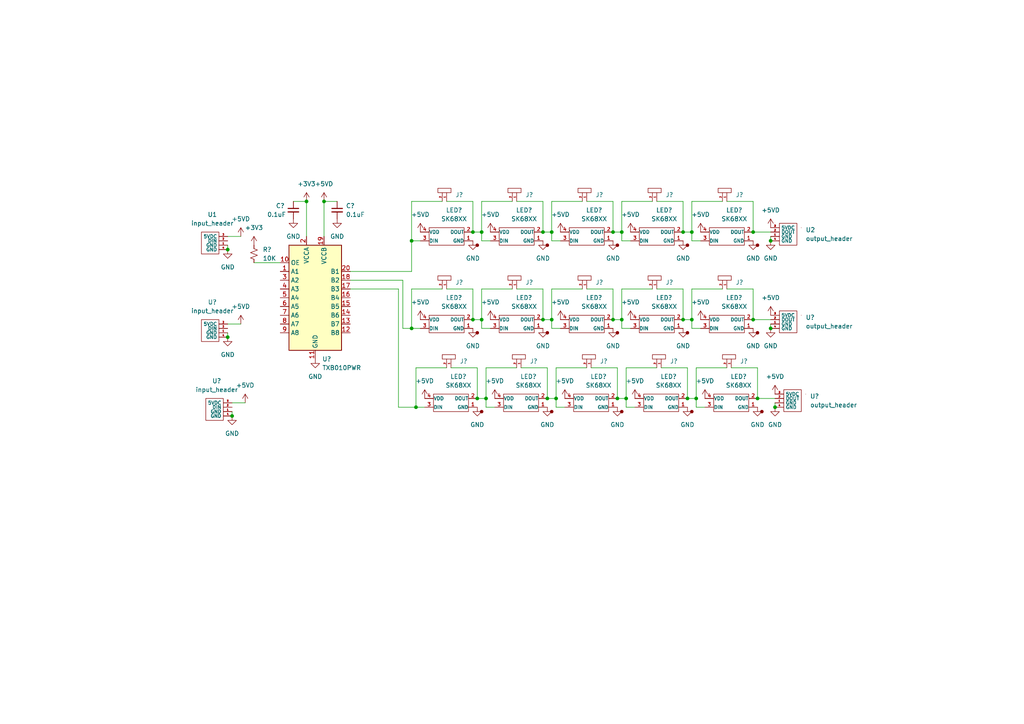
<source format=kicad_sch>
(kicad_sch (version 20211123) (generator eeschema)

  (uuid e6c95273-080b-4c0d-808a-97698b8e19fb)

  (paper "A4")

  (lib_symbols
    (symbol "Device:C_Small" (pin_numbers hide) (pin_names (offset 0.254) hide) (in_bom yes) (on_board yes)
      (property "Reference" "C" (id 0) (at 0.254 1.778 0)
        (effects (font (size 1.27 1.27)) (justify left))
      )
      (property "Value" "C_Small" (id 1) (at 0.254 -2.032 0)
        (effects (font (size 1.27 1.27)) (justify left))
      )
      (property "Footprint" "" (id 2) (at 0 0 0)
        (effects (font (size 1.27 1.27)) hide)
      )
      (property "Datasheet" "~" (id 3) (at 0 0 0)
        (effects (font (size 1.27 1.27)) hide)
      )
      (property "ki_keywords" "capacitor cap" (id 4) (at 0 0 0)
        (effects (font (size 1.27 1.27)) hide)
      )
      (property "ki_description" "Unpolarized capacitor, small symbol" (id 5) (at 0 0 0)
        (effects (font (size 1.27 1.27)) hide)
      )
      (property "ki_fp_filters" "C_*" (id 6) (at 0 0 0)
        (effects (font (size 1.27 1.27)) hide)
      )
      (symbol "C_Small_0_1"
        (polyline
          (pts
            (xy -1.524 -0.508)
            (xy 1.524 -0.508)
          )
          (stroke (width 0.3302) (type default) (color 0 0 0 0))
          (fill (type none))
        )
        (polyline
          (pts
            (xy -1.524 0.508)
            (xy 1.524 0.508)
          )
          (stroke (width 0.3048) (type default) (color 0 0 0 0))
          (fill (type none))
        )
      )
      (symbol "C_Small_1_1"
        (pin passive line (at 0 2.54 270) (length 2.032)
          (name "~" (effects (font (size 1.27 1.27))))
          (number "1" (effects (font (size 1.27 1.27))))
        )
        (pin passive line (at 0 -2.54 90) (length 2.032)
          (name "~" (effects (font (size 1.27 1.27))))
          (number "2" (effects (font (size 1.27 1.27))))
        )
      )
    )
    (symbol "Device:R_Small_US" (pin_numbers hide) (pin_names (offset 0.254) hide) (in_bom yes) (on_board yes)
      (property "Reference" "R" (id 0) (at 0.762 0.508 0)
        (effects (font (size 1.27 1.27)) (justify left))
      )
      (property "Value" "R_Small_US" (id 1) (at 0.762 -1.016 0)
        (effects (font (size 1.27 1.27)) (justify left))
      )
      (property "Footprint" "" (id 2) (at 0 0 0)
        (effects (font (size 1.27 1.27)) hide)
      )
      (property "Datasheet" "~" (id 3) (at 0 0 0)
        (effects (font (size 1.27 1.27)) hide)
      )
      (property "ki_keywords" "r resistor" (id 4) (at 0 0 0)
        (effects (font (size 1.27 1.27)) hide)
      )
      (property "ki_description" "Resistor, small US symbol" (id 5) (at 0 0 0)
        (effects (font (size 1.27 1.27)) hide)
      )
      (property "ki_fp_filters" "R_*" (id 6) (at 0 0 0)
        (effects (font (size 1.27 1.27)) hide)
      )
      (symbol "R_Small_US_1_1"
        (polyline
          (pts
            (xy 0 0)
            (xy 1.016 -0.381)
            (xy 0 -0.762)
            (xy -1.016 -1.143)
            (xy 0 -1.524)
          )
          (stroke (width 0) (type default) (color 0 0 0 0))
          (fill (type none))
        )
        (polyline
          (pts
            (xy 0 1.524)
            (xy 1.016 1.143)
            (xy 0 0.762)
            (xy -1.016 0.381)
            (xy 0 0)
          )
          (stroke (width 0) (type default) (color 0 0 0 0))
          (fill (type none))
        )
        (pin passive line (at 0 2.54 270) (length 1.016)
          (name "~" (effects (font (size 1.27 1.27))))
          (number "1" (effects (font (size 1.27 1.27))))
        )
        (pin passive line (at 0 -2.54 90) (length 1.016)
          (name "~" (effects (font (size 1.27 1.27))))
          (number "2" (effects (font (size 1.27 1.27))))
        )
      )
    )
    (symbol "power:+3.3V" (power) (pin_names (offset 0)) (in_bom yes) (on_board yes)
      (property "Reference" "#PWR" (id 0) (at 0 -3.81 0)
        (effects (font (size 1.27 1.27)) hide)
      )
      (property "Value" "+3.3V" (id 1) (at 0 3.556 0)
        (effects (font (size 1.27 1.27)))
      )
      (property "Footprint" "" (id 2) (at 0 0 0)
        (effects (font (size 1.27 1.27)) hide)
      )
      (property "Datasheet" "" (id 3) (at 0 0 0)
        (effects (font (size 1.27 1.27)) hide)
      )
      (property "ki_keywords" "power-flag" (id 4) (at 0 0 0)
        (effects (font (size 1.27 1.27)) hide)
      )
      (property "ki_description" "Power symbol creates a global label with name \"+3.3V\"" (id 5) (at 0 0 0)
        (effects (font (size 1.27 1.27)) hide)
      )
      (symbol "+3.3V_0_1"
        (polyline
          (pts
            (xy -0.762 1.27)
            (xy 0 2.54)
          )
          (stroke (width 0) (type default) (color 0 0 0 0))
          (fill (type none))
        )
        (polyline
          (pts
            (xy 0 0)
            (xy 0 2.54)
          )
          (stroke (width 0) (type default) (color 0 0 0 0))
          (fill (type none))
        )
        (polyline
          (pts
            (xy 0 2.54)
            (xy 0.762 1.27)
          )
          (stroke (width 0) (type default) (color 0 0 0 0))
          (fill (type none))
        )
      )
      (symbol "+3.3V_1_1"
        (pin power_in line (at 0 0 90) (length 0) hide
          (name "+3V3" (effects (font (size 1.27 1.27))))
          (number "1" (effects (font (size 1.27 1.27))))
        )
      )
    )
    (symbol "power:+5VD" (power) (pin_names (offset 0)) (in_bom yes) (on_board yes)
      (property "Reference" "#PWR" (id 0) (at 0 -3.81 0)
        (effects (font (size 1.27 1.27)) hide)
      )
      (property "Value" "+5VD" (id 1) (at 0 3.556 0)
        (effects (font (size 1.27 1.27)))
      )
      (property "Footprint" "" (id 2) (at 0 0 0)
        (effects (font (size 1.27 1.27)) hide)
      )
      (property "Datasheet" "" (id 3) (at 0 0 0)
        (effects (font (size 1.27 1.27)) hide)
      )
      (property "ki_keywords" "power-flag" (id 4) (at 0 0 0)
        (effects (font (size 1.27 1.27)) hide)
      )
      (property "ki_description" "Power symbol creates a global label with name \"+5VD\"" (id 5) (at 0 0 0)
        (effects (font (size 1.27 1.27)) hide)
      )
      (symbol "+5VD_0_1"
        (polyline
          (pts
            (xy -0.762 1.27)
            (xy 0 2.54)
          )
          (stroke (width 0) (type default) (color 0 0 0 0))
          (fill (type none))
        )
        (polyline
          (pts
            (xy 0 0)
            (xy 0 2.54)
          )
          (stroke (width 0) (type default) (color 0 0 0 0))
          (fill (type none))
        )
        (polyline
          (pts
            (xy 0 2.54)
            (xy 0.762 1.27)
          )
          (stroke (width 0) (type default) (color 0 0 0 0))
          (fill (type none))
        )
      )
      (symbol "+5VD_1_1"
        (pin power_in line (at 0 0 90) (length 0) hide
          (name "+5VD" (effects (font (size 1.27 1.27))))
          (number "1" (effects (font (size 1.27 1.27))))
        )
      )
    )
    (symbol "power:GND" (power) (pin_names (offset 0)) (in_bom yes) (on_board yes)
      (property "Reference" "#PWR" (id 0) (at 0 -6.35 0)
        (effects (font (size 1.27 1.27)) hide)
      )
      (property "Value" "GND" (id 1) (at 0 -3.81 0)
        (effects (font (size 1.27 1.27)))
      )
      (property "Footprint" "" (id 2) (at 0 0 0)
        (effects (font (size 1.27 1.27)) hide)
      )
      (property "Datasheet" "" (id 3) (at 0 0 0)
        (effects (font (size 1.27 1.27)) hide)
      )
      (property "ki_keywords" "power-flag" (id 4) (at 0 0 0)
        (effects (font (size 1.27 1.27)) hide)
      )
      (property "ki_description" "Power symbol creates a global label with name \"GND\" , ground" (id 5) (at 0 0 0)
        (effects (font (size 1.27 1.27)) hide)
      )
      (symbol "GND_0_1"
        (polyline
          (pts
            (xy 0 0)
            (xy 0 -1.27)
            (xy 1.27 -1.27)
            (xy 0 -2.54)
            (xy -1.27 -1.27)
            (xy 0 -1.27)
          )
          (stroke (width 0) (type default) (color 0 0 0 0))
          (fill (type none))
        )
      )
      (symbol "GND_1_1"
        (pin power_in line (at 0 0 270) (length 0) hide
          (name "GND" (effects (font (size 1.27 1.27))))
          (number "1" (effects (font (size 1.27 1.27))))
        )
      )
    )
    (symbol "silicon_valley:SK68XX" (pin_names (offset 0.002)) (in_bom yes) (on_board yes)
      (property "Reference" "LED" (id 0) (at 5.08 2.54 0)
        (effects (font (size 1.27 1.27)))
      )
      (property "Value" "SK68XX" (id 1) (at 7.62 -5.08 0)
        (effects (font (size 1.27 1.27)))
      )
      (property "Footprint" "" (id 2) (at 0 0 0)
        (effects (font (size 1.27 1.27)) hide)
      )
      (property "Datasheet" "" (id 3) (at 0 0 0)
        (effects (font (size 1.27 1.27)) hide)
      )
      (symbol "SK68XX_0_1"
        (rectangle (start 2.54 1.27) (end 12.7 -3.81)
          (stroke (width 0) (type default) (color 0 0 0 0))
          (fill (type none))
        )
        (rectangle (start 8.89 0) (end 8.89 0)
          (stroke (width 0) (type default) (color 0 0 0 0))
          (fill (type none))
        )
        (rectangle (start 8.89 0) (end 8.89 0)
          (stroke (width 0) (type default) (color 0 0 0 0))
          (fill (type none))
        )
        (rectangle (start 16.51 -3.81) (end 16.51 -3.81)
          (stroke (width 1) (type default) (color 0 0 0 0))
          (fill (type none))
        )
      )
      (symbol "SK68XX_1_1"
        (pin power_in line (at 15.24 -2.54 180) (length 2.54)
          (name "GND" (effects (font (size 1 1))))
          (number "1" (effects (font (size 1 1))))
        )
        (pin output line (at 15.24 0 180) (length 2.54)
          (name "DOUT" (effects (font (size 1 1))))
          (number "2" (effects (font (size 1 1))))
        )
        (pin input line (at 0 -2.54 0) (length 2.54)
          (name "DIN" (effects (font (size 1 1))))
          (number "3" (effects (font (size 1 1))))
        )
        (pin power_in line (at 0 0 0) (length 2.54)
          (name "VDD" (effects (font (size 1 1))))
          (number "4" (effects (font (size 1 1))))
        )
      )
    )
    (symbol "silicon_valley:TXB010PWR" (in_bom yes) (on_board yes)
      (property "Reference" "U" (id 0) (at -6.35 16.51 0)
        (effects (font (size 1.27 1.27)))
      )
      (property "Value" "TXB010PWR" (id 1) (at 3.81 16.51 0)
        (effects (font (size 1.27 1.27)) (justify left))
      )
      (property "Footprint" "" (id 2) (at 1.27 -17.78 0)
        (effects (font (size 1.27 1.27)) hide)
      )
      (property "Datasheet" "https://www.ti.com/lit/ds/symlink/txb0108.pdf" (id 3) (at 1.27 -19.05 0)
        (effects (font (size 1.27 1.27)) hide)
      )
      (property "ki_keywords" "bidirectional voltage level translator" (id 4) (at 0 0 0)
        (effects (font (size 1.27 1.27)) hide)
      )
      (property "ki_description" "8-bit bidirectional voltage level translator with auto-direction sensing USON package" (id 5) (at 0 0 0)
        (effects (font (size 1.27 1.27)) hide)
      )
      (property "ki_fp_filters" "USON*2x4mm*P0.4mm*" (id 6) (at 0 0 0)
        (effects (font (size 1.27 1.27)) hide)
      )
      (symbol "TXB010PWR_0_1"
        (rectangle (start -7.62 15.24) (end 7.62 -15.24)
          (stroke (width 0.254) (type default) (color 0 0 0 0))
          (fill (type background))
        )
      )
      (symbol "TXB010PWR_1_1"
        (pin bidirectional line (at -10.16 7.62 0) (length 2.54)
          (name "A1" (effects (font (size 1.27 1.27))))
          (number "1" (effects (font (size 1.27 1.27))))
        )
        (pin input line (at -10.16 10.16 0) (length 2.54)
          (name "OE" (effects (font (size 1.27 1.27))))
          (number "10" (effects (font (size 1.27 1.27))))
        )
        (pin power_in line (at 0 -17.78 90) (length 2.54)
          (name "GND" (effects (font (size 1.27 1.27))))
          (number "11" (effects (font (size 1.27 1.27))))
        )
        (pin bidirectional line (at 10.16 -10.16 180) (length 2.54)
          (name "B8" (effects (font (size 1.27 1.27))))
          (number "12" (effects (font (size 1.27 1.27))))
        )
        (pin bidirectional line (at 10.16 -7.62 180) (length 2.54)
          (name "B7" (effects (font (size 1.27 1.27))))
          (number "13" (effects (font (size 1.27 1.27))))
        )
        (pin bidirectional line (at 10.16 -5.08 180) (length 2.54)
          (name "B6" (effects (font (size 1.27 1.27))))
          (number "14" (effects (font (size 1.27 1.27))))
        )
        (pin bidirectional line (at 10.16 -2.54 180) (length 2.54)
          (name "B5" (effects (font (size 1.27 1.27))))
          (number "15" (effects (font (size 1.27 1.27))))
        )
        (pin bidirectional line (at 10.16 0 180) (length 2.54)
          (name "B4" (effects (font (size 1.27 1.27))))
          (number "16" (effects (font (size 1.27 1.27))))
        )
        (pin bidirectional line (at 10.16 2.54 180) (length 2.54)
          (name "B3" (effects (font (size 1.27 1.27))))
          (number "17" (effects (font (size 1.27 1.27))))
        )
        (pin bidirectional line (at 10.16 5.08 180) (length 2.54)
          (name "B2" (effects (font (size 1.27 1.27))))
          (number "18" (effects (font (size 1.27 1.27))))
        )
        (pin power_in line (at 2.54 17.78 270) (length 2.54)
          (name "VCCB" (effects (font (size 1.27 1.27))))
          (number "19" (effects (font (size 1.27 1.27))))
        )
        (pin power_in line (at -2.54 17.78 270) (length 2.54)
          (name "VCCA" (effects (font (size 1.27 1.27))))
          (number "2" (effects (font (size 1.27 1.27))))
        )
        (pin bidirectional line (at 10.16 7.62 180) (length 2.54)
          (name "B1" (effects (font (size 1.27 1.27))))
          (number "20" (effects (font (size 1.27 1.27))))
        )
        (pin bidirectional line (at -10.16 5.08 0) (length 2.54)
          (name "A2" (effects (font (size 1.27 1.27))))
          (number "3" (effects (font (size 1.27 1.27))))
        )
        (pin bidirectional line (at -10.16 2.54 0) (length 2.54)
          (name "A3" (effects (font (size 1.27 1.27))))
          (number "4" (effects (font (size 1.27 1.27))))
        )
        (pin bidirectional line (at -10.16 0 0) (length 2.54)
          (name "A4" (effects (font (size 1.27 1.27))))
          (number "5" (effects (font (size 1.27 1.27))))
        )
        (pin bidirectional line (at -10.16 -2.54 0) (length 2.54)
          (name "A5" (effects (font (size 1.27 1.27))))
          (number "6" (effects (font (size 1.27 1.27))))
        )
        (pin bidirectional line (at -10.16 -5.08 0) (length 2.54)
          (name "A6" (effects (font (size 1.27 1.27))))
          (number "7" (effects (font (size 1.27 1.27))))
        )
        (pin bidirectional line (at -10.16 -7.62 0) (length 2.54)
          (name "A7" (effects (font (size 1.27 1.27))))
          (number "8" (effects (font (size 1.27 1.27))))
        )
        (pin bidirectional line (at -10.16 -10.16 0) (length 2.54)
          (name "A8" (effects (font (size 1.27 1.27))))
          (number "9" (effects (font (size 1.27 1.27))))
        )
      )
    )
    (symbol "silicon_valley:input_header" (in_bom yes) (on_board yes)
      (property "Reference" "U" (id 0) (at 1.27 2.54 0)
        (effects (font (size 1.27 1.27)))
      )
      (property "Value" "input_header" (id 1) (at 6.35 -6.35 0)
        (effects (font (size 1.27 1.27)))
      )
      (property "Footprint" "" (id 2) (at 1.27 3.81 0)
        (effects (font (size 1.27 1.27)) hide)
      )
      (property "Datasheet" "" (id 3) (at 1.27 3.81 0)
        (effects (font (size 1.27 1.27)) hide)
      )
      (symbol "input_header_0_1"
        (rectangle (start 0 1.27) (end 5.08 -5.08)
          (stroke (width 0) (type default) (color 0 0 0 0))
          (fill (type none))
        )
        (rectangle (start 6.35 0) (end 6.35 0)
          (stroke (width 0) (type default) (color 0 0 0 0))
          (fill (type none))
        )
      )
      (symbol "input_header_1_1"
        (pin power_in line (at 7.62 -2.54 180) (length 2.54)
          (name "GND" (effects (font (size 1 1))))
          (number "1" (effects (font (size 0.5 0.5))))
        )
        (pin input line (at 7.62 -1.27 180) (length 2.54)
          (name "DIN" (effects (font (size 1 1))))
          (number "2" (effects (font (size 0.5 0.5))))
        )
        (pin power_in line (at 7.62 0 180) (length 2.54)
          (name "5VDC" (effects (font (size 1 1))))
          (number "3" (effects (font (size 0.5 0.5))))
        )
        (pin power_in line (at 7.62 -3.81 180) (length 2.54)
          (name "GND" (effects (font (size 1 1))))
          (number "4" (effects (font (size 0.5 0.5))))
        )
      )
    )
    (symbol "silicon_valley:jumper" (in_bom yes) (on_board yes)
      (property "Reference" "J" (id 0) (at 1.27 -2.54 0)
        (effects (font (size 1.27 1.27)))
      )
      (property "Value" "jumper" (id 1) (at 3.81 -2.54 0)
        (effects (font (size 1.27 1.27)) hide)
      )
      (property "Footprint" "" (id 2) (at 0 0 0)
        (effects (font (size 1.27 1.27)) hide)
      )
      (property "Datasheet" "" (id 3) (at 0 0 0)
        (effects (font (size 1.27 1.27)) hide)
      )
      (symbol "jumper_0_1"
        (rectangle (start 0 0) (end 3.81 -1.27)
          (stroke (width 0) (type default) (color 0 0 0 0))
          (fill (type none))
        )
      )
      (symbol "jumper_1_1"
        (pin passive line (at 1.27 2.54 270) (length 2.54)
          (name "" (effects (font (size 0.5 0.5))))
          (number "1" (effects (font (size 0.5 0.5))))
        )
        (pin passive line (at 2.54 2.54 270) (length 2.54)
          (name "" (effects (font (size 0.5 0.5))))
          (number "2" (effects (font (size 0.5 0.5))))
        )
      )
    )
    (symbol "silicon_valley:output_header" (in_bom yes) (on_board yes)
      (property "Reference" "U" (id 0) (at 1.27 2.54 0)
        (effects (font (size 1.27 1.27)))
      )
      (property "Value" "output_header" (id 1) (at 6.35 -6.35 0)
        (effects (font (size 1.27 1.27)))
      )
      (property "Footprint" "" (id 2) (at 1.27 3.81 0)
        (effects (font (size 1.27 1.27)) hide)
      )
      (property "Datasheet" "" (id 3) (at 1.27 3.81 0)
        (effects (font (size 1.27 1.27)) hide)
      )
      (symbol "output_header_0_1"
        (rectangle (start 0 1.27) (end 5.08 -5.08)
          (stroke (width 0) (type default) (color 0 0 0 0))
          (fill (type none))
        )
        (rectangle (start 6.35 0) (end 6.35 0)
          (stroke (width 0) (type default) (color 0 0 0 0))
          (fill (type none))
        )
      )
      (symbol "output_header_1_1"
        (pin power_out line (at -2.54 -2.54 0) (length 2.54)
          (name "GND" (effects (font (size 1 1))))
          (number "1" (effects (font (size 0.5 0.5))))
        )
        (pin output line (at -2.54 -1.27 0) (length 2.54)
          (name "DOUT" (effects (font (size 1 1))))
          (number "2" (effects (font (size 0.5 0.5))))
        )
        (pin power_out line (at -2.54 0 0) (length 2.54)
          (name "5VDC" (effects (font (size 1 1))))
          (number "3" (effects (font (size 0.5 0.5))))
        )
        (pin power_out line (at -2.54 -3.81 0) (length 2.54)
          (name "GND" (effects (font (size 1 1))))
          (number "4" (effects (font (size 0.5 0.5))))
        )
      )
    )
  )

  (junction (at 177.8 92.71) (diameter 0) (color 0 0 0 0)
    (uuid 02743aa6-192c-4cf4-91a4-6c4cd780eb8f)
  )
  (junction (at 158.75 115.57) (diameter 0) (color 0 0 0 0)
    (uuid 0f218734-e098-4b3e-b6fc-07af0555bc6e)
  )
  (junction (at 157.48 67.31) (diameter 0) (color 0 0 0 0)
    (uuid 12c578bb-ad97-48e4-9a90-7d6f2ce6f499)
  )
  (junction (at 66.04 72.39) (diameter 0) (color 0 0 0 0)
    (uuid 156ece4e-aa1f-47bc-9424-eac63b6c58d2)
  )
  (junction (at 119.38 69.85) (diameter 0) (color 0 0 0 0)
    (uuid 3c9d0929-408d-4b44-9d0c-c3941a94e1df)
  )
  (junction (at 161.29 115.57) (diameter 0) (color 0 0 0 0)
    (uuid 3ff5feb9-927a-4a4a-b08a-ec4e1832dc79)
  )
  (junction (at 180.34 67.31) (diameter 0) (color 0 0 0 0)
    (uuid 41b444e8-344a-4573-afaa-b0fc89ea5ce3)
  )
  (junction (at 138.43 115.57) (diameter 0) (color 0 0 0 0)
    (uuid 45affad2-269a-4fb7-8a18-d4d1795d1eeb)
  )
  (junction (at 223.52 69.85) (diameter 0) (color 0 0 0 0)
    (uuid 5604f3b0-66ba-43a6-97fd-40b1cf65b763)
  )
  (junction (at 218.44 67.31) (diameter 0) (color 0 0 0 0)
    (uuid 59ec1980-fd25-4268-800d-9a9a64723bd5)
  )
  (junction (at 180.34 92.71) (diameter 0) (color 0 0 0 0)
    (uuid 5a2b867a-bfc6-48b9-a299-7fe57a0792e4)
  )
  (junction (at 139.7 92.71) (diameter 0) (color 0 0 0 0)
    (uuid 5ecb967d-0469-49c0-a729-5a2c414968c6)
  )
  (junction (at 223.52 95.25) (diameter 0) (color 0 0 0 0)
    (uuid 60a5f5c0-e8ca-4169-990d-a38afaa3a3c9)
  )
  (junction (at 181.61 115.57) (diameter 0) (color 0 0 0 0)
    (uuid 699b57ad-d1cc-4c6a-a63f-6df675d246ab)
  )
  (junction (at 224.79 118.11) (diameter 0) (color 0 0 0 0)
    (uuid 6cc0909c-0e49-4bab-94d2-059673a37853)
  )
  (junction (at 119.38 95.25) (diameter 0) (color 0 0 0 0)
    (uuid 783f6ff1-66b3-4975-8dc3-53a57296afd6)
  )
  (junction (at 93.98 58.42) (diameter 0) (color 0 0 0 0)
    (uuid 7bf281b4-da2a-4254-90ef-fcad125daf6f)
  )
  (junction (at 199.39 115.57) (diameter 0) (color 0 0 0 0)
    (uuid 8b95e485-6d70-48bd-b7b0-27d5ec0949da)
  )
  (junction (at 157.48 92.71) (diameter 0) (color 0 0 0 0)
    (uuid 92a0b253-509e-4b3b-b6c0-d7c1222ba875)
  )
  (junction (at 177.8 67.31) (diameter 0) (color 0 0 0 0)
    (uuid a82100e3-7c39-454f-b338-df7c1412640d)
  )
  (junction (at 139.7 67.31) (diameter 0) (color 0 0 0 0)
    (uuid ac5a38a0-5e7f-4ff1-9010-9bd980d3e871)
  )
  (junction (at 200.66 67.31) (diameter 0) (color 0 0 0 0)
    (uuid ae654490-1e3b-4549-859c-af1d1f3f7a1d)
  )
  (junction (at 140.97 115.57) (diameter 0) (color 0 0 0 0)
    (uuid b1a289fc-27df-482a-ad36-8fc1cf36e428)
  )
  (junction (at 67.31 120.65) (diameter 0) (color 0 0 0 0)
    (uuid bb003c66-6f05-4f59-bc2c-a31ab4334e3f)
  )
  (junction (at 160.02 67.31) (diameter 0) (color 0 0 0 0)
    (uuid bb6ee44a-fb83-4da6-aec0-2d7b148c76d2)
  )
  (junction (at 200.66 92.71) (diameter 0) (color 0 0 0 0)
    (uuid bf5b6303-015a-48c9-9d8c-93087fb6af62)
  )
  (junction (at 66.04 97.79) (diameter 0) (color 0 0 0 0)
    (uuid c4599d35-cdc4-466d-97f7-36dfa5e700c4)
  )
  (junction (at 179.07 115.57) (diameter 0) (color 0 0 0 0)
    (uuid c70ca7d8-f384-4757-9042-66cc5df4ba99)
  )
  (junction (at 198.12 92.71) (diameter 0) (color 0 0 0 0)
    (uuid d4a4ac3f-d7d5-4367-834d-9bf0ec429e02)
  )
  (junction (at 219.71 115.57) (diameter 0) (color 0 0 0 0)
    (uuid dfedafac-d9a6-426e-b4f6-bbdb8f91e671)
  )
  (junction (at 120.65 118.11) (diameter 0) (color 0 0 0 0)
    (uuid e2cd3168-0e44-4bfa-a103-c43431af6320)
  )
  (junction (at 137.16 92.71) (diameter 0) (color 0 0 0 0)
    (uuid e967a59b-304a-4757-bdbe-707fe65a90f6)
  )
  (junction (at 160.02 92.71) (diameter 0) (color 0 0 0 0)
    (uuid f1239649-e7e5-42a2-b98a-d41c6829a2d8)
  )
  (junction (at 201.93 115.57) (diameter 0) (color 0 0 0 0)
    (uuid f1622e0f-0d07-4356-8e2a-f8eb11c2ced5)
  )
  (junction (at 88.9 58.42) (diameter 0) (color 0 0 0 0)
    (uuid f2ac4165-6535-4e51-a8e2-5de6a5364a08)
  )
  (junction (at 137.16 67.31) (diameter 0) (color 0 0 0 0)
    (uuid f47427d0-e7ca-4c6b-aef1-a4a23d9d34c6)
  )
  (junction (at 198.12 67.31) (diameter 0) (color 0 0 0 0)
    (uuid f6f12201-d68e-4487-a313-376abb944e78)
  )
  (junction (at 218.44 92.71) (diameter 0) (color 0 0 0 0)
    (uuid fcfa9f00-bfe7-4c1d-8d57-0f9d413e841f)
  )

  (wire (pts (xy 181.61 118.11) (xy 184.15 118.11))
    (stroke (width 0) (type default) (color 0 0 0 0))
    (uuid 0275b34f-c105-4431-9db2-c87af3ec3e12)
  )
  (wire (pts (xy 210.82 106.68) (xy 201.93 106.68))
    (stroke (width 0) (type default) (color 0 0 0 0))
    (uuid 037450d2-1561-421c-99a3-7918f77b2b60)
  )
  (wire (pts (xy 201.93 118.11) (xy 204.47 118.11))
    (stroke (width 0) (type default) (color 0 0 0 0))
    (uuid 0520d8ba-e7db-42e8-ba40-b76b4ab6123f)
  )
  (wire (pts (xy 137.16 67.31) (xy 139.7 67.31))
    (stroke (width 0) (type default) (color 0 0 0 0))
    (uuid 05f46ce1-11d5-4390-a0f5-09a4bb56caf8)
  )
  (wire (pts (xy 180.34 58.42) (xy 180.34 67.31))
    (stroke (width 0) (type default) (color 0 0 0 0))
    (uuid 0777c9a9-a0d6-4848-a01f-5205abe8d317)
  )
  (wire (pts (xy 137.16 58.42) (xy 137.16 67.31))
    (stroke (width 0) (type default) (color 0 0 0 0))
    (uuid 094b2a2a-31a8-4a8d-8ddc-a1622c66a178)
  )
  (wire (pts (xy 88.9 58.42) (xy 88.9 68.58))
    (stroke (width 0) (type default) (color 0 0 0 0))
    (uuid 0c1df3ff-e399-4fb8-85a9-3fed51a109c3)
  )
  (wire (pts (xy 200.66 58.42) (xy 200.66 67.31))
    (stroke (width 0) (type default) (color 0 0 0 0))
    (uuid 0d6256fa-6ed4-4759-b9fd-0ccfab4e8133)
  )
  (wire (pts (xy 73.66 76.2) (xy 81.28 76.2))
    (stroke (width 0) (type default) (color 0 0 0 0))
    (uuid 0dcf104b-123d-42e0-b3ce-046dd6d0739b)
  )
  (wire (pts (xy 190.5 83.82) (xy 198.12 83.82))
    (stroke (width 0) (type default) (color 0 0 0 0))
    (uuid 0e2c1194-88b0-4938-b74a-3f937757a4f4)
  )
  (wire (pts (xy 119.38 83.82) (xy 119.38 95.25))
    (stroke (width 0) (type default) (color 0 0 0 0))
    (uuid 14f28f66-b3ef-4e49-b8e7-a3ae6ff9cf75)
  )
  (wire (pts (xy 148.59 83.82) (xy 139.7 83.82))
    (stroke (width 0) (type default) (color 0 0 0 0))
    (uuid 180172a6-8130-4e6d-82eb-d50765714784)
  )
  (wire (pts (xy 171.45 106.68) (xy 179.07 106.68))
    (stroke (width 0) (type default) (color 0 0 0 0))
    (uuid 1aa0158c-9c3f-453a-b9a1-1afb950bd2a7)
  )
  (wire (pts (xy 139.7 92.71) (xy 139.7 95.25))
    (stroke (width 0) (type default) (color 0 0 0 0))
    (uuid 1ba4d649-1f7e-42b8-99ad-06cb71fc22f6)
  )
  (wire (pts (xy 180.34 95.25) (xy 182.88 95.25))
    (stroke (width 0) (type default) (color 0 0 0 0))
    (uuid 1d6cd12b-e57a-446c-a7df-3d797d2e8a5e)
  )
  (wire (pts (xy 218.44 58.42) (xy 218.44 67.31))
    (stroke (width 0) (type default) (color 0 0 0 0))
    (uuid 1d8adb30-c055-4577-a944-ad445928371a)
  )
  (wire (pts (xy 168.91 83.82) (xy 160.02 83.82))
    (stroke (width 0) (type default) (color 0 0 0 0))
    (uuid 1f6587c0-6142-4f00-aaa6-39cf2e651a9c)
  )
  (wire (pts (xy 210.82 58.42) (xy 218.44 58.42))
    (stroke (width 0) (type default) (color 0 0 0 0))
    (uuid 26e818f8-18db-4138-8f19-eff2e52df3c4)
  )
  (wire (pts (xy 137.16 92.71) (xy 139.7 92.71))
    (stroke (width 0) (type default) (color 0 0 0 0))
    (uuid 2da03b61-cee2-4678-89fd-3c358ab92048)
  )
  (wire (pts (xy 157.48 67.31) (xy 160.02 67.31))
    (stroke (width 0) (type default) (color 0 0 0 0))
    (uuid 32ce794d-8009-4e4e-862f-0c23415e4145)
  )
  (wire (pts (xy 198.12 67.31) (xy 200.66 67.31))
    (stroke (width 0) (type default) (color 0 0 0 0))
    (uuid 34550956-e5ee-4940-8fa0-128d94620af3)
  )
  (wire (pts (xy 180.34 83.82) (xy 180.34 92.71))
    (stroke (width 0) (type default) (color 0 0 0 0))
    (uuid 3568f98e-74ce-4662-8a8e-0c3e9760c8cc)
  )
  (wire (pts (xy 181.61 106.68) (xy 181.61 115.57))
    (stroke (width 0) (type default) (color 0 0 0 0))
    (uuid 35f2d832-385b-49d3-a7db-319a2892ba1d)
  )
  (wire (pts (xy 128.27 58.42) (xy 119.38 58.42))
    (stroke (width 0) (type default) (color 0 0 0 0))
    (uuid 386c4a7b-773d-4a57-9fa0-d6a3cbf9d2e9)
  )
  (wire (pts (xy 168.91 58.42) (xy 160.02 58.42))
    (stroke (width 0) (type default) (color 0 0 0 0))
    (uuid 3b23a131-3ca8-4133-8e38-aaff1b487683)
  )
  (wire (pts (xy 198.12 92.71) (xy 200.66 92.71))
    (stroke (width 0) (type default) (color 0 0 0 0))
    (uuid 3bfedb55-13d1-48c9-8ad1-26e81618d66b)
  )
  (wire (pts (xy 66.04 71.12) (xy 66.04 72.39))
    (stroke (width 0) (type default) (color 0 0 0 0))
    (uuid 3cd4a1e3-3797-4297-8d91-8d68092a995c)
  )
  (wire (pts (xy 209.55 83.82) (xy 200.66 83.82))
    (stroke (width 0) (type default) (color 0 0 0 0))
    (uuid 3d34efd1-7f6c-4c61-b253-e522ad14a57e)
  )
  (wire (pts (xy 191.77 106.68) (xy 199.39 106.68))
    (stroke (width 0) (type default) (color 0 0 0 0))
    (uuid 3fa0b7b8-b548-432c-b1d8-e9430a8217db)
  )
  (wire (pts (xy 140.97 115.57) (xy 140.97 118.11))
    (stroke (width 0) (type default) (color 0 0 0 0))
    (uuid 406acd7c-88e0-4aea-909f-b3b279c2bc82)
  )
  (wire (pts (xy 140.97 118.11) (xy 143.51 118.11))
    (stroke (width 0) (type default) (color 0 0 0 0))
    (uuid 4071aaed-2bef-4132-bbbd-411121efb637)
  )
  (wire (pts (xy 189.23 83.82) (xy 180.34 83.82))
    (stroke (width 0) (type default) (color 0 0 0 0))
    (uuid 43984554-6709-4de3-bb5d-2858fd06e3fa)
  )
  (wire (pts (xy 160.02 95.25) (xy 162.56 95.25))
    (stroke (width 0) (type default) (color 0 0 0 0))
    (uuid 44d6b653-2d53-465c-8b6c-d1ed8d513f8d)
  )
  (wire (pts (xy 190.5 58.42) (xy 198.12 58.42))
    (stroke (width 0) (type default) (color 0 0 0 0))
    (uuid 49ef8d6d-e036-491c-8978-8d3b252353bc)
  )
  (wire (pts (xy 97.79 58.42) (xy 93.98 58.42))
    (stroke (width 0) (type default) (color 0 0 0 0))
    (uuid 4b7d6511-2421-4049-b309-a7d0a68dc74f)
  )
  (wire (pts (xy 201.93 115.57) (xy 201.93 118.11))
    (stroke (width 0) (type default) (color 0 0 0 0))
    (uuid 4c031075-8d3f-4f7e-8d89-8e936cb20e9f)
  )
  (wire (pts (xy 139.7 69.85) (xy 142.24 69.85))
    (stroke (width 0) (type default) (color 0 0 0 0))
    (uuid 4ed20245-c667-4f73-bb5a-a8ece6c860a7)
  )
  (wire (pts (xy 129.54 83.82) (xy 137.16 83.82))
    (stroke (width 0) (type default) (color 0 0 0 0))
    (uuid 50a63a01-619c-4bab-b277-76c4e3ada6f8)
  )
  (wire (pts (xy 161.29 106.68) (xy 161.29 115.57))
    (stroke (width 0) (type default) (color 0 0 0 0))
    (uuid 51128706-5c3e-4733-9f89-93d940cc3edc)
  )
  (wire (pts (xy 116.84 81.28) (xy 116.84 95.25))
    (stroke (width 0) (type default) (color 0 0 0 0))
    (uuid 558bb35c-6d64-4e12-b551-d60241c541a0)
  )
  (wire (pts (xy 157.48 83.82) (xy 157.48 92.71))
    (stroke (width 0) (type default) (color 0 0 0 0))
    (uuid 5ab9c69a-e1ca-44d5-b698-77bd52db15a9)
  )
  (wire (pts (xy 93.98 58.42) (xy 93.98 68.58))
    (stroke (width 0) (type default) (color 0 0 0 0))
    (uuid 5c2f2b2f-7866-4da6-a8d2-1a639789e3ed)
  )
  (wire (pts (xy 160.02 92.71) (xy 160.02 95.25))
    (stroke (width 0) (type default) (color 0 0 0 0))
    (uuid 5c6ea487-ae6e-4229-93d8-7ad4a35765d6)
  )
  (wire (pts (xy 120.65 106.68) (xy 120.65 118.11))
    (stroke (width 0) (type default) (color 0 0 0 0))
    (uuid 5f5a9d79-3339-456a-9ccb-b49f7c7d9eb2)
  )
  (wire (pts (xy 199.39 106.68) (xy 199.39 115.57))
    (stroke (width 0) (type default) (color 0 0 0 0))
    (uuid 6009b3b9-9ca9-43fe-b910-c0fba15a9110)
  )
  (wire (pts (xy 71.12 116.84) (xy 67.31 116.84))
    (stroke (width 0) (type default) (color 0 0 0 0))
    (uuid 60c2e27b-fe7f-40f7-8be6-8a10a94c3a18)
  )
  (wire (pts (xy 119.38 69.85) (xy 121.92 69.85))
    (stroke (width 0) (type default) (color 0 0 0 0))
    (uuid 6167cf09-b726-4fb6-b580-24f48cf15add)
  )
  (wire (pts (xy 160.02 67.31) (xy 160.02 69.85))
    (stroke (width 0) (type default) (color 0 0 0 0))
    (uuid 62b4afc5-bdfd-48f9-a5c8-64be8b14a931)
  )
  (wire (pts (xy 67.31 119.38) (xy 67.31 120.65))
    (stroke (width 0) (type default) (color 0 0 0 0))
    (uuid 6421464f-60ac-4817-a276-db48e0ba7499)
  )
  (wire (pts (xy 137.16 83.82) (xy 137.16 92.71))
    (stroke (width 0) (type default) (color 0 0 0 0))
    (uuid 671a5093-585b-45e8-9e69-eb8d3c2d1e95)
  )
  (wire (pts (xy 138.43 115.57) (xy 140.97 115.57))
    (stroke (width 0) (type default) (color 0 0 0 0))
    (uuid 68a7cc3e-4202-4d88-b154-c04cec59e0be)
  )
  (wire (pts (xy 149.86 83.82) (xy 157.48 83.82))
    (stroke (width 0) (type default) (color 0 0 0 0))
    (uuid 69ad6379-db80-466a-9019-ff79e0a890e5)
  )
  (wire (pts (xy 180.34 92.71) (xy 180.34 95.25))
    (stroke (width 0) (type default) (color 0 0 0 0))
    (uuid 6a1bc087-72c6-4ef0-9b7f-da92f5d54937)
  )
  (wire (pts (xy 212.09 106.68) (xy 219.71 106.68))
    (stroke (width 0) (type default) (color 0 0 0 0))
    (uuid 6e90f6f9-914a-4fd7-b98e-b413b6850c32)
  )
  (wire (pts (xy 160.02 69.85) (xy 162.56 69.85))
    (stroke (width 0) (type default) (color 0 0 0 0))
    (uuid 6e9d2e56-3a08-4c00-93dc-9abf553afbc6)
  )
  (wire (pts (xy 170.18 106.68) (xy 161.29 106.68))
    (stroke (width 0) (type default) (color 0 0 0 0))
    (uuid 7542efa8-6ac6-4760-9387-10f125625767)
  )
  (wire (pts (xy 101.6 81.28) (xy 116.84 81.28))
    (stroke (width 0) (type default) (color 0 0 0 0))
    (uuid 7569f89b-85c9-415c-b485-cc4e446bdce1)
  )
  (wire (pts (xy 177.8 83.82) (xy 177.8 92.71))
    (stroke (width 0) (type default) (color 0 0 0 0))
    (uuid 76d11c87-0517-4f26-9b91-3b1abd372a63)
  )
  (wire (pts (xy 200.66 67.31) (xy 200.66 69.85))
    (stroke (width 0) (type default) (color 0 0 0 0))
    (uuid 7db678c9-3f51-49a2-b658-c4f1d7f5bea8)
  )
  (wire (pts (xy 138.43 106.68) (xy 138.43 115.57))
    (stroke (width 0) (type default) (color 0 0 0 0))
    (uuid 7de457c3-af8b-4d26-a787-02839220b5f9)
  )
  (wire (pts (xy 158.75 106.68) (xy 158.75 115.57))
    (stroke (width 0) (type default) (color 0 0 0 0))
    (uuid 7eeb4520-6fbc-468e-bdcf-8a8f2ecba9ed)
  )
  (wire (pts (xy 198.12 58.42) (xy 198.12 67.31))
    (stroke (width 0) (type default) (color 0 0 0 0))
    (uuid 7ff20c88-8f26-4e12-b899-2fb72392da6e)
  )
  (wire (pts (xy 116.84 95.25) (xy 119.38 95.25))
    (stroke (width 0) (type default) (color 0 0 0 0))
    (uuid 804b393b-4b0c-45b4-a48d-92e19e64b549)
  )
  (wire (pts (xy 128.27 83.82) (xy 119.38 83.82))
    (stroke (width 0) (type default) (color 0 0 0 0))
    (uuid 80d14ae1-e6f4-44a6-97c4-ee1d80afb10b)
  )
  (wire (pts (xy 139.7 95.25) (xy 142.24 95.25))
    (stroke (width 0) (type default) (color 0 0 0 0))
    (uuid 86f67b85-04f7-4793-b595-e551e6503021)
  )
  (wire (pts (xy 149.86 106.68) (xy 140.97 106.68))
    (stroke (width 0) (type default) (color 0 0 0 0))
    (uuid 8d46005d-53fc-4cc0-ac47-a0d9810179db)
  )
  (wire (pts (xy 119.38 78.74) (xy 119.38 69.85))
    (stroke (width 0) (type default) (color 0 0 0 0))
    (uuid 8f6df28e-185e-48af-ba8c-f99bfd02e9ff)
  )
  (wire (pts (xy 218.44 92.71) (xy 223.52 92.71))
    (stroke (width 0) (type default) (color 0 0 0 0))
    (uuid 922b3a59-581f-4ebd-bbcd-2513bfdca471)
  )
  (wire (pts (xy 179.07 106.68) (xy 179.07 115.57))
    (stroke (width 0) (type default) (color 0 0 0 0))
    (uuid 95ad4002-edb4-486a-af4e-728eb5d7cd81)
  )
  (wire (pts (xy 119.38 95.25) (xy 121.92 95.25))
    (stroke (width 0) (type default) (color 0 0 0 0))
    (uuid 96641897-db06-4448-8082-2c9b50c21f24)
  )
  (wire (pts (xy 158.75 115.57) (xy 161.29 115.57))
    (stroke (width 0) (type default) (color 0 0 0 0))
    (uuid 9ac2f8a9-9be5-4737-a276-377240a7b2b1)
  )
  (wire (pts (xy 200.66 95.25) (xy 203.2 95.25))
    (stroke (width 0) (type default) (color 0 0 0 0))
    (uuid 9b4e9bb2-2b3e-45ae-a785-0d079e105684)
  )
  (wire (pts (xy 66.04 96.52) (xy 66.04 97.79))
    (stroke (width 0) (type default) (color 0 0 0 0))
    (uuid 9cc23b76-42b6-4486-8c98-6b05da0b0f07)
  )
  (wire (pts (xy 218.44 67.31) (xy 223.52 67.31))
    (stroke (width 0) (type default) (color 0 0 0 0))
    (uuid 9ddb970d-d01a-4a4a-924d-9efd037abc6d)
  )
  (wire (pts (xy 177.8 58.42) (xy 177.8 67.31))
    (stroke (width 0) (type default) (color 0 0 0 0))
    (uuid 9eb85dff-f6df-4844-9790-b0f6e03bdfaf)
  )
  (wire (pts (xy 115.57 118.11) (xy 120.65 118.11))
    (stroke (width 0) (type default) (color 0 0 0 0))
    (uuid a0a4400d-2ba1-4c92-ae54-24b108141c82)
  )
  (wire (pts (xy 149.86 58.42) (xy 157.48 58.42))
    (stroke (width 0) (type default) (color 0 0 0 0))
    (uuid a0d56a57-fed4-4db1-b99d-845a0cb99e0c)
  )
  (wire (pts (xy 218.44 83.82) (xy 218.44 92.71))
    (stroke (width 0) (type default) (color 0 0 0 0))
    (uuid a345dd98-9136-4ea7-a7fd-e78fec9eaf48)
  )
  (wire (pts (xy 101.6 83.82) (xy 115.57 83.82))
    (stroke (width 0) (type default) (color 0 0 0 0))
    (uuid a492ef3b-1827-4cf3-bc68-94bcab6d355d)
  )
  (wire (pts (xy 219.71 115.57) (xy 224.79 115.57))
    (stroke (width 0) (type default) (color 0 0 0 0))
    (uuid a495fd64-6c2a-4b6a-a574-fee30768105e)
  )
  (wire (pts (xy 160.02 58.42) (xy 160.02 67.31))
    (stroke (width 0) (type default) (color 0 0 0 0))
    (uuid a62522d9-ebef-44ac-8be6-d4dd452094d3)
  )
  (wire (pts (xy 69.85 93.98) (xy 66.04 93.98))
    (stroke (width 0) (type default) (color 0 0 0 0))
    (uuid a6432e58-7502-4c6d-84ff-c458b15cfd9c)
  )
  (wire (pts (xy 148.59 58.42) (xy 139.7 58.42))
    (stroke (width 0) (type default) (color 0 0 0 0))
    (uuid a6cee70e-f07a-4874-9b70-ed7a7d60577f)
  )
  (wire (pts (xy 129.54 58.42) (xy 137.16 58.42))
    (stroke (width 0) (type default) (color 0 0 0 0))
    (uuid a99060b9-1c77-46d0-a2a8-15dfd19bc3be)
  )
  (wire (pts (xy 180.34 69.85) (xy 182.88 69.85))
    (stroke (width 0) (type default) (color 0 0 0 0))
    (uuid ab574475-6381-42a7-beec-0c5b6d5518c3)
  )
  (wire (pts (xy 69.85 68.58) (xy 66.04 68.58))
    (stroke (width 0) (type default) (color 0 0 0 0))
    (uuid ab688b07-8280-4fde-bb91-be647cb09f02)
  )
  (wire (pts (xy 160.02 83.82) (xy 160.02 92.71))
    (stroke (width 0) (type default) (color 0 0 0 0))
    (uuid ac081806-9894-42a6-9e83-5acc5c9465db)
  )
  (wire (pts (xy 115.57 83.82) (xy 115.57 118.11))
    (stroke (width 0) (type default) (color 0 0 0 0))
    (uuid ae1f576b-d6b7-4210-ace5-2dc8471e882d)
  )
  (wire (pts (xy 219.71 106.68) (xy 219.71 115.57))
    (stroke (width 0) (type default) (color 0 0 0 0))
    (uuid aed45b5a-4e9b-4558-baca-15bdeec475fd)
  )
  (wire (pts (xy 201.93 106.68) (xy 201.93 115.57))
    (stroke (width 0) (type default) (color 0 0 0 0))
    (uuid b0338a11-78f0-4bc6-8165-591f756ccbfc)
  )
  (wire (pts (xy 180.34 67.31) (xy 180.34 69.85))
    (stroke (width 0) (type default) (color 0 0 0 0))
    (uuid b138c169-7b75-49ee-ae67-c7529fc78bc3)
  )
  (wire (pts (xy 120.65 118.11) (xy 123.19 118.11))
    (stroke (width 0) (type default) (color 0 0 0 0))
    (uuid b67546a0-746d-45e6-9f12-7e3924a9f99f)
  )
  (wire (pts (xy 181.61 115.57) (xy 181.61 118.11))
    (stroke (width 0) (type default) (color 0 0 0 0))
    (uuid b6d95047-e8e9-4984-941b-d7f2f0bb1c42)
  )
  (wire (pts (xy 129.54 106.68) (xy 120.65 106.68))
    (stroke (width 0) (type default) (color 0 0 0 0))
    (uuid bed208f5-bacc-48f1-aab7-43d4bad2ae28)
  )
  (wire (pts (xy 157.48 58.42) (xy 157.48 67.31))
    (stroke (width 0) (type default) (color 0 0 0 0))
    (uuid c2c04f30-da71-43fe-a437-f6ab542c5fbd)
  )
  (wire (pts (xy 179.07 115.57) (xy 181.61 115.57))
    (stroke (width 0) (type default) (color 0 0 0 0))
    (uuid c3411e29-0762-49e8-ba7b-03e538b7d257)
  )
  (wire (pts (xy 177.8 92.71) (xy 180.34 92.71))
    (stroke (width 0) (type default) (color 0 0 0 0))
    (uuid c36d7da2-186e-42dd-894c-8969359661ee)
  )
  (wire (pts (xy 139.7 58.42) (xy 139.7 67.31))
    (stroke (width 0) (type default) (color 0 0 0 0))
    (uuid c8d04139-865f-435f-9b84-c77085cb2385)
  )
  (wire (pts (xy 198.12 83.82) (xy 198.12 92.71))
    (stroke (width 0) (type default) (color 0 0 0 0))
    (uuid cb6c6e4c-a26f-4a81-a173-196298250813)
  )
  (wire (pts (xy 190.5 106.68) (xy 181.61 106.68))
    (stroke (width 0) (type default) (color 0 0 0 0))
    (uuid cf6b5d48-d07e-4aa0-bd74-44e8b62640e2)
  )
  (wire (pts (xy 140.97 106.68) (xy 140.97 115.57))
    (stroke (width 0) (type default) (color 0 0 0 0))
    (uuid cfc6a45f-83d6-4913-b440-c3e796b2d063)
  )
  (wire (pts (xy 224.79 116.84) (xy 224.79 118.11))
    (stroke (width 0) (type default) (color 0 0 0 0))
    (uuid d5fbf2e7-32ae-4ed1-8ab2-bb1d51187392)
  )
  (wire (pts (xy 223.52 93.98) (xy 223.52 95.25))
    (stroke (width 0) (type default) (color 0 0 0 0))
    (uuid da5827ba-711a-4fca-839c-107b44a362e1)
  )
  (wire (pts (xy 161.29 115.57) (xy 161.29 118.11))
    (stroke (width 0) (type default) (color 0 0 0 0))
    (uuid dafabc61-5396-40c3-901c-915545176973)
  )
  (wire (pts (xy 189.23 58.42) (xy 180.34 58.42))
    (stroke (width 0) (type default) (color 0 0 0 0))
    (uuid dca8014c-e5b7-40b8-8fec-2b9b622d2afe)
  )
  (wire (pts (xy 151.13 106.68) (xy 158.75 106.68))
    (stroke (width 0) (type default) (color 0 0 0 0))
    (uuid e0215127-e7f5-4e68-a289-540443522390)
  )
  (wire (pts (xy 209.55 58.42) (xy 200.66 58.42))
    (stroke (width 0) (type default) (color 0 0 0 0))
    (uuid e0aa8e7c-ada6-4d4f-8730-4b6e0ff92cc7)
  )
  (wire (pts (xy 199.39 115.57) (xy 201.93 115.57))
    (stroke (width 0) (type default) (color 0 0 0 0))
    (uuid e246bc4c-f0fc-4868-aa11-f0f38f16fd32)
  )
  (wire (pts (xy 130.81 106.68) (xy 138.43 106.68))
    (stroke (width 0) (type default) (color 0 0 0 0))
    (uuid e2554581-d9e2-4103-bfad-d752425dbcb9)
  )
  (wire (pts (xy 161.29 118.11) (xy 163.83 118.11))
    (stroke (width 0) (type default) (color 0 0 0 0))
    (uuid e330e48f-7ad4-4d47-8dba-6a388ff0e596)
  )
  (wire (pts (xy 210.82 83.82) (xy 218.44 83.82))
    (stroke (width 0) (type default) (color 0 0 0 0))
    (uuid e550e389-5233-4007-bade-f242edbf0263)
  )
  (wire (pts (xy 200.66 92.71) (xy 200.66 95.25))
    (stroke (width 0) (type default) (color 0 0 0 0))
    (uuid e757bb73-771e-452e-814f-f40f4d27903e)
  )
  (wire (pts (xy 139.7 83.82) (xy 139.7 92.71))
    (stroke (width 0) (type default) (color 0 0 0 0))
    (uuid e9ce4676-2e1a-4107-8c61-c259db6994fe)
  )
  (wire (pts (xy 177.8 67.31) (xy 180.34 67.31))
    (stroke (width 0) (type default) (color 0 0 0 0))
    (uuid ea5d6218-d291-4936-aedc-1b999a3b3fc6)
  )
  (wire (pts (xy 139.7 67.31) (xy 139.7 69.85))
    (stroke (width 0) (type default) (color 0 0 0 0))
    (uuid ee106f9f-4234-4884-913a-79edc10ea253)
  )
  (wire (pts (xy 200.66 69.85) (xy 203.2 69.85))
    (stroke (width 0) (type default) (color 0 0 0 0))
    (uuid eeb85a6a-c0b1-4498-9146-c33b23787218)
  )
  (wire (pts (xy 170.18 58.42) (xy 177.8 58.42))
    (stroke (width 0) (type default) (color 0 0 0 0))
    (uuid f4c0560c-6b8c-4ae3-b77b-1bb0c048cdcf)
  )
  (wire (pts (xy 200.66 83.82) (xy 200.66 92.71))
    (stroke (width 0) (type default) (color 0 0 0 0))
    (uuid f6df990e-57ec-44fa-983d-529a29a0fc95)
  )
  (wire (pts (xy 101.6 78.74) (xy 119.38 78.74))
    (stroke (width 0) (type default) (color 0 0 0 0))
    (uuid fd292f5e-0935-4023-a65c-e0efbef109d3)
  )
  (wire (pts (xy 157.48 92.71) (xy 160.02 92.71))
    (stroke (width 0) (type default) (color 0 0 0 0))
    (uuid fdae2bc1-df74-430b-b6f8-e68c48cf0765)
  )
  (wire (pts (xy 170.18 83.82) (xy 177.8 83.82))
    (stroke (width 0) (type default) (color 0 0 0 0))
    (uuid feca4a3c-86df-45ab-b66e-933e437c131e)
  )
  (wire (pts (xy 85.09 58.42) (xy 88.9 58.42))
    (stroke (width 0) (type default) (color 0 0 0 0))
    (uuid ff67907f-4580-411e-bff2-381226ed2f9e)
  )
  (wire (pts (xy 223.52 68.58) (xy 223.52 69.85))
    (stroke (width 0) (type default) (color 0 0 0 0))
    (uuid ffa41b3c-55ac-4fed-b273-3df614162383)
  )
  (wire (pts (xy 119.38 58.42) (xy 119.38 69.85))
    (stroke (width 0) (type default) (color 0 0 0 0))
    (uuid fff6a02e-c292-4349-8b1c-efe2210846fd)
  )

  (symbol (lib_id "power:+5VD") (at 223.52 91.44 0) (unit 1)
    (in_bom yes) (on_board yes)
    (uuid 0337cbc8-37df-4142-b94e-c93fcd1fbda4)
    (property "Reference" "#PWR?" (id 0) (at 223.52 95.25 0)
      (effects (font (size 1.27 1.27)) hide)
    )
    (property "Value" "+5VD" (id 1) (at 223.52 86.36 0))
    (property "Footprint" "" (id 2) (at 223.52 91.44 0)
      (effects (font (size 1.27 1.27)) hide)
    )
    (property "Datasheet" "" (id 3) (at 223.52 91.44 0)
      (effects (font (size 1.27 1.27)) hide)
    )
    (pin "1" (uuid 0faf9673-511a-48ba-b094-ef17390c4ca9))
  )

  (symbol (lib_id "silicon_valley:jumper") (at 151.13 81.28 180) (unit 1)
    (in_bom yes) (on_board yes) (fields_autoplaced)
    (uuid 03bea9e0-e40d-42ed-857c-511d63f0fc1c)
    (property "Reference" "J?" (id 0) (at 152.4 81.9149 0)
      (effects (font (size 1.27 1.27)) (justify right))
    )
    (property "Value" "jumper" (id 1) (at 147.32 78.74 0)
      (effects (font (size 1.27 1.27)) hide)
    )
    (property "Footprint" "" (id 2) (at 151.13 81.28 0)
      (effects (font (size 1.27 1.27)) hide)
    )
    (property "Datasheet" "" (id 3) (at 151.13 81.28 0)
      (effects (font (size 1.27 1.27)) hide)
    )
    (pin "1" (uuid 23569bc8-53c9-486f-af4d-baca414291eb))
    (pin "2" (uuid 230a199c-b941-4be7-a667-8893c84467ee))
  )

  (symbol (lib_id "power:GND") (at 218.44 95.25 0) (unit 1)
    (in_bom yes) (on_board yes) (fields_autoplaced)
    (uuid 03f1c737-d7f4-426a-a79a-2aa2ed34dddf)
    (property "Reference" "#PWR?" (id 0) (at 218.44 101.6 0)
      (effects (font (size 1.27 1.27)) hide)
    )
    (property "Value" "GND" (id 1) (at 218.44 100.33 0))
    (property "Footprint" "" (id 2) (at 218.44 95.25 0)
      (effects (font (size 1.27 1.27)) hide)
    )
    (property "Datasheet" "" (id 3) (at 218.44 95.25 0)
      (effects (font (size 1.27 1.27)) hide)
    )
    (pin "1" (uuid e62493b8-8346-4867-a927-cfdf01f85dfc))
  )

  (symbol (lib_id "power:+5VD") (at 163.83 115.57 0) (unit 1)
    (in_bom yes) (on_board yes) (fields_autoplaced)
    (uuid 044aa9d1-7e1e-40ad-b7da-97f1c22327b3)
    (property "Reference" "#PWR?" (id 0) (at 163.83 119.38 0)
      (effects (font (size 1.27 1.27)) hide)
    )
    (property "Value" "+5VD" (id 1) (at 163.83 110.49 0))
    (property "Footprint" "" (id 2) (at 163.83 115.57 0)
      (effects (font (size 1.27 1.27)) hide)
    )
    (property "Datasheet" "" (id 3) (at 163.83 115.57 0)
      (effects (font (size 1.27 1.27)) hide)
    )
    (pin "1" (uuid cbd3abb2-a0eb-4e9c-8fc5-c0d7c05dd8a7))
  )

  (symbol (lib_id "power:+5VD") (at 223.52 66.04 0) (unit 1)
    (in_bom yes) (on_board yes)
    (uuid 044bd308-2f57-4036-a81c-557e2ce69b1b)
    (property "Reference" "#PWR?" (id 0) (at 223.52 69.85 0)
      (effects (font (size 1.27 1.27)) hide)
    )
    (property "Value" "+5VD" (id 1) (at 223.52 60.96 0))
    (property "Footprint" "" (id 2) (at 223.52 66.04 0)
      (effects (font (size 1.27 1.27)) hide)
    )
    (property "Datasheet" "" (id 3) (at 223.52 66.04 0)
      (effects (font (size 1.27 1.27)) hide)
    )
    (pin "1" (uuid d69a0162-513f-437d-b451-b6d3afaf6a53))
  )

  (symbol (lib_id "power:+5VD") (at 142.24 92.71 0) (unit 1)
    (in_bom yes) (on_board yes)
    (uuid 08bb6eff-5b83-4e1f-be25-6b15f984db08)
    (property "Reference" "#PWR?" (id 0) (at 142.24 96.52 0)
      (effects (font (size 1.27 1.27)) hide)
    )
    (property "Value" "+5VD" (id 1) (at 142.24 87.63 0))
    (property "Footprint" "" (id 2) (at 142.24 92.71 0)
      (effects (font (size 1.27 1.27)) hide)
    )
    (property "Datasheet" "" (id 3) (at 142.24 92.71 0)
      (effects (font (size 1.27 1.27)) hide)
    )
    (pin "1" (uuid 30df11c2-0c33-4efd-8c3b-484ad6f49eb5))
  )

  (symbol (lib_id "power:GND") (at 219.71 118.11 0) (unit 1)
    (in_bom yes) (on_board yes) (fields_autoplaced)
    (uuid 094bc721-3ab8-4be6-a50b-8d204eed34e8)
    (property "Reference" "#PWR?" (id 0) (at 219.71 124.46 0)
      (effects (font (size 1.27 1.27)) hide)
    )
    (property "Value" "GND" (id 1) (at 219.71 123.19 0))
    (property "Footprint" "" (id 2) (at 219.71 118.11 0)
      (effects (font (size 1.27 1.27)) hide)
    )
    (property "Datasheet" "" (id 3) (at 219.71 118.11 0)
      (effects (font (size 1.27 1.27)) hide)
    )
    (pin "1" (uuid ab495588-d2e3-417d-a174-a3ed7b5b5bca))
  )

  (symbol (lib_id "power:+3.3V") (at 73.66 71.12 0) (unit 1)
    (in_bom yes) (on_board yes) (fields_autoplaced)
    (uuid 0c3aba36-ae94-4795-a6d2-cefbcbf40fca)
    (property "Reference" "#PWR?" (id 0) (at 73.66 74.93 0)
      (effects (font (size 1.27 1.27)) hide)
    )
    (property "Value" "+3.3V" (id 1) (at 73.66 66.04 0))
    (property "Footprint" "" (id 2) (at 73.66 71.12 0)
      (effects (font (size 1.27 1.27)) hide)
    )
    (property "Datasheet" "" (id 3) (at 73.66 71.12 0)
      (effects (font (size 1.27 1.27)) hide)
    )
    (pin "1" (uuid b9b6c4b1-4942-42ad-ba6f-462264852ca2))
  )

  (symbol (lib_id "power:GND") (at 177.8 95.25 0) (unit 1)
    (in_bom yes) (on_board yes) (fields_autoplaced)
    (uuid 0e140cdb-0344-4d04-86a8-5061240a3fd4)
    (property "Reference" "#PWR?" (id 0) (at 177.8 101.6 0)
      (effects (font (size 1.27 1.27)) hide)
    )
    (property "Value" "GND" (id 1) (at 177.8 100.33 0))
    (property "Footprint" "" (id 2) (at 177.8 95.25 0)
      (effects (font (size 1.27 1.27)) hide)
    )
    (property "Datasheet" "" (id 3) (at 177.8 95.25 0)
      (effects (font (size 1.27 1.27)) hide)
    )
    (pin "1" (uuid f27c101c-be0b-4ae0-8896-b5e1fb9ec549))
  )

  (symbol (lib_id "power:+5VD") (at 142.24 67.31 0) (unit 1)
    (in_bom yes) (on_board yes)
    (uuid 0eaed6f0-4a32-48a1-9b7e-81301220a7e0)
    (property "Reference" "#PWR?" (id 0) (at 142.24 71.12 0)
      (effects (font (size 1.27 1.27)) hide)
    )
    (property "Value" "+5VD" (id 1) (at 142.24 62.23 0))
    (property "Footprint" "" (id 2) (at 142.24 67.31 0)
      (effects (font (size 1.27 1.27)) hide)
    )
    (property "Datasheet" "" (id 3) (at 142.24 67.31 0)
      (effects (font (size 1.27 1.27)) hide)
    )
    (pin "1" (uuid 7ca75926-9f08-40a1-b032-ee79416bbd93))
  )

  (symbol (lib_id "power:+5VD") (at 93.98 58.42 0) (unit 1)
    (in_bom yes) (on_board yes) (fields_autoplaced)
    (uuid 1336684a-1bc2-405a-92df-d79c91c96e3a)
    (property "Reference" "#PWR?" (id 0) (at 93.98 62.23 0)
      (effects (font (size 1.27 1.27)) hide)
    )
    (property "Value" "+5VD" (id 1) (at 93.98 53.34 0))
    (property "Footprint" "" (id 2) (at 93.98 58.42 0)
      (effects (font (size 1.27 1.27)) hide)
    )
    (property "Datasheet" "" (id 3) (at 93.98 58.42 0)
      (effects (font (size 1.27 1.27)) hide)
    )
    (pin "1" (uuid 2f2dec1b-bc94-481c-a85b-4a1a3520b242))
  )

  (symbol (lib_id "power:+5VD") (at 69.85 93.98 0) (unit 1)
    (in_bom yes) (on_board yes) (fields_autoplaced)
    (uuid 137b51f5-db2a-4f88-85e8-8b73b68f2f43)
    (property "Reference" "#PWR?" (id 0) (at 69.85 97.79 0)
      (effects (font (size 1.27 1.27)) hide)
    )
    (property "Value" "+5VD" (id 1) (at 69.85 88.9 0))
    (property "Footprint" "" (id 2) (at 69.85 93.98 0)
      (effects (font (size 1.27 1.27)) hide)
    )
    (property "Datasheet" "" (id 3) (at 69.85 93.98 0)
      (effects (font (size 1.27 1.27)) hide)
    )
    (pin "1" (uuid 40b339b8-a13f-4a54-b2c2-c48f4780a7ed))
  )

  (symbol (lib_id "silicon_valley:output_header") (at 227.33 114.3 0) (unit 1)
    (in_bom yes) (on_board yes) (fields_autoplaced)
    (uuid 1dbe5a21-42c6-40ce-952c-66e247a6dc56)
    (property "Reference" "U?" (id 0) (at 234.95 114.9349 0)
      (effects (font (size 1.27 1.27)) (justify left))
    )
    (property "Value" "output_header" (id 1) (at 234.95 117.4749 0)
      (effects (font (size 1.27 1.27)) (justify left))
    )
    (property "Footprint" "" (id 2) (at 228.6 110.49 0)
      (effects (font (size 1.27 1.27)) hide)
    )
    (property "Datasheet" "" (id 3) (at 228.6 110.49 0)
      (effects (font (size 1.27 1.27)) hide)
    )
    (pin "1" (uuid 9e0918e4-8c2d-47fa-90da-c423b136e18e))
    (pin "2" (uuid f2f190c8-77f4-4c80-94b3-d08dc8e56ce8))
    (pin "3" (uuid 3eb9b2b8-7bb2-4ecf-9caa-3727ad04373c))
    (pin "4" (uuid 4df5c537-4d77-44d5-b643-5f3fe2b257ac))
  )

  (symbol (lib_id "silicon_valley:jumper") (at 152.4 104.14 180) (unit 1)
    (in_bom yes) (on_board yes) (fields_autoplaced)
    (uuid 1e19147b-1cda-4764-a104-73ac025cbc2f)
    (property "Reference" "J?" (id 0) (at 153.67 104.7749 0)
      (effects (font (size 1.27 1.27)) (justify right))
    )
    (property "Value" "jumper" (id 1) (at 148.59 101.6 0)
      (effects (font (size 1.27 1.27)) hide)
    )
    (property "Footprint" "" (id 2) (at 152.4 104.14 0)
      (effects (font (size 1.27 1.27)) hide)
    )
    (property "Datasheet" "" (id 3) (at 152.4 104.14 0)
      (effects (font (size 1.27 1.27)) hide)
    )
    (pin "1" (uuid 6e15e94a-f725-4390-b137-1e80e2329010))
    (pin "2" (uuid 46afd663-7039-4075-8f54-27ccb43f9e71))
  )

  (symbol (lib_id "silicon_valley:input_header") (at 58.42 68.58 0) (unit 1)
    (in_bom yes) (on_board yes) (fields_autoplaced)
    (uuid 2418d663-283a-4869-bac1-392d63910684)
    (property "Reference" "U1" (id 0) (at 61.595 62.23 0))
    (property "Value" "input_header" (id 1) (at 61.595 64.77 0))
    (property "Footprint" "" (id 2) (at 59.69 64.77 0)
      (effects (font (size 1.27 1.27)) hide)
    )
    (property "Datasheet" "" (id 3) (at 59.69 64.77 0)
      (effects (font (size 1.27 1.27)) hide)
    )
    (pin "1" (uuid f01b23af-3b2b-4dd1-b962-ea216d9c9cdc))
    (pin "2" (uuid bc1bfd2e-2c06-4075-ae58-e7b6da087759))
    (pin "3" (uuid 69eced1a-dad6-44ff-be71-7868374fcb3d))
    (pin "4" (uuid 1161eb62-2e94-49cf-a304-bb82e4a7cadd))
  )

  (symbol (lib_id "power:+5VD") (at 121.92 67.31 0) (unit 1)
    (in_bom yes) (on_board yes) (fields_autoplaced)
    (uuid 24752704-0d18-48a3-b5bb-b88a9ccf659f)
    (property "Reference" "#PWR?" (id 0) (at 121.92 71.12 0)
      (effects (font (size 1.27 1.27)) hide)
    )
    (property "Value" "+5VD" (id 1) (at 121.92 62.23 0))
    (property "Footprint" "" (id 2) (at 121.92 67.31 0)
      (effects (font (size 1.27 1.27)) hide)
    )
    (property "Datasheet" "" (id 3) (at 121.92 67.31 0)
      (effects (font (size 1.27 1.27)) hide)
    )
    (pin "1" (uuid 59722dd6-5ab0-4b68-8503-a928044c7296))
  )

  (symbol (lib_id "silicon_valley:TXB010PWR") (at 91.44 86.36 0) (unit 1)
    (in_bom yes) (on_board yes) (fields_autoplaced)
    (uuid 286b7511-dda7-4eb6-b056-2d4eb3959274)
    (property "Reference" "U?" (id 0) (at 93.4594 104.14 0)
      (effects (font (size 1.27 1.27)) (justify left))
    )
    (property "Value" "TXB010PWR" (id 1) (at 93.4594 106.68 0)
      (effects (font (size 1.27 1.27)) (justify left))
    )
    (property "Footprint" "" (id 2) (at 92.71 104.14 0)
      (effects (font (size 1.27 1.27)) hide)
    )
    (property "Datasheet" "https://www.ti.com/lit/ds/symlink/txb0108.pdf" (id 3) (at 92.71 105.41 0)
      (effects (font (size 1.27 1.27)) hide)
    )
    (pin "1" (uuid 10e7f0ad-a385-4ec8-a4f5-33f4d26dfa51))
    (pin "10" (uuid 3c6ba1ef-abae-4365-b896-4b8c8b014723))
    (pin "11" (uuid 35de9cac-f728-494f-9f31-b7b5f8e2230a))
    (pin "12" (uuid 00f58b19-797a-4d47-a5f0-107b33b475c1))
    (pin "13" (uuid 08ac4ec9-46a2-4428-be57-a396c5d0c148))
    (pin "14" (uuid b3555642-3925-4b1c-b8b9-b44ae07102c4))
    (pin "15" (uuid 561dbbeb-54dc-48b0-a2f7-2e5d7672c8b6))
    (pin "16" (uuid 184350eb-fac1-4b33-87e5-233984c7de22))
    (pin "17" (uuid afa52e85-cc6a-439c-907e-8102331273ca))
    (pin "18" (uuid 0889fc4e-4f4a-4254-839d-ef19a91d012f))
    (pin "19" (uuid 59dffc9b-9470-462d-b5d4-6040eb544e3d))
    (pin "2" (uuid 2fa754f4-9d49-4dbf-928d-83a3f9d6af51))
    (pin "20" (uuid 4188942d-038b-4904-a16f-c7bf9e136f27))
    (pin "3" (uuid 8873d892-020b-4036-86bf-41fce20fe4b5))
    (pin "4" (uuid 50b7af4e-a4a1-4593-91e9-735e17f0f58b))
    (pin "5" (uuid e539cd4b-4e16-4db1-ba9f-f1efa4abadaa))
    (pin "6" (uuid ef93e893-a5b1-4ab4-852a-5385637e733d))
    (pin "7" (uuid 6a321d97-5431-41c0-ae68-101b954b2a76))
    (pin "8" (uuid c1b2e2dc-b901-403f-a74d-ceac61da66af))
    (pin "9" (uuid 6ba34370-c1f1-47ee-b015-9a3ac80dda8b))
  )

  (symbol (lib_id "silicon_valley:SK68XX") (at 182.88 67.31 0) (unit 1)
    (in_bom yes) (on_board yes) (fields_autoplaced)
    (uuid 28bbb053-0ece-41c8-b83b-8667b4ca6e10)
    (property "Reference" "LED?" (id 0) (at 192.655 60.96 0))
    (property "Value" "SK68XX" (id 1) (at 192.655 63.5 0))
    (property "Footprint" "" (id 2) (at 182.88 67.31 0)
      (effects (font (size 1.27 1.27)) hide)
    )
    (property "Datasheet" "" (id 3) (at 182.88 67.31 0)
      (effects (font (size 1.27 1.27)) hide)
    )
    (pin "1" (uuid 84eb3fb7-6cce-41e5-8a96-54d2577f204b))
    (pin "2" (uuid bc496dbc-138a-418b-97e4-364a76ca6ddc))
    (pin "3" (uuid 6f4db781-483a-4329-99ef-2ddbd0f74043))
    (pin "4" (uuid 50b15af8-afb1-46b4-9dc4-c8e1acabebe4))
  )

  (symbol (lib_id "power:+5VD") (at 123.19 115.57 0) (unit 1)
    (in_bom yes) (on_board yes) (fields_autoplaced)
    (uuid 2e83d931-382f-4d9e-9a14-48db8ab0dae8)
    (property "Reference" "#PWR?" (id 0) (at 123.19 119.38 0)
      (effects (font (size 1.27 1.27)) hide)
    )
    (property "Value" "+5VD" (id 1) (at 123.19 110.49 0))
    (property "Footprint" "" (id 2) (at 123.19 115.57 0)
      (effects (font (size 1.27 1.27)) hide)
    )
    (property "Datasheet" "" (id 3) (at 123.19 115.57 0)
      (effects (font (size 1.27 1.27)) hide)
    )
    (pin "1" (uuid e9406503-e5fe-404b-9d76-f3fb25040dc3))
  )

  (symbol (lib_id "power:GND") (at 138.43 118.11 0) (unit 1)
    (in_bom yes) (on_board yes) (fields_autoplaced)
    (uuid 312d51e5-6fd0-4140-be8f-c1292377fefe)
    (property "Reference" "#PWR?" (id 0) (at 138.43 124.46 0)
      (effects (font (size 1.27 1.27)) hide)
    )
    (property "Value" "GND" (id 1) (at 138.43 123.19 0))
    (property "Footprint" "" (id 2) (at 138.43 118.11 0)
      (effects (font (size 1.27 1.27)) hide)
    )
    (property "Datasheet" "" (id 3) (at 138.43 118.11 0)
      (effects (font (size 1.27 1.27)) hide)
    )
    (pin "1" (uuid bf85bd08-7fb3-4511-ade0-9f2ab76e8467))
  )

  (symbol (lib_id "silicon_valley:SK68XX") (at 184.15 115.57 0) (unit 1)
    (in_bom yes) (on_board yes) (fields_autoplaced)
    (uuid 329a1d10-66ea-4bd6-adb5-29abe2c092dc)
    (property "Reference" "LED?" (id 0) (at 193.925 109.22 0))
    (property "Value" "SK68XX" (id 1) (at 193.925 111.76 0))
    (property "Footprint" "" (id 2) (at 184.15 115.57 0)
      (effects (font (size 1.27 1.27)) hide)
    )
    (property "Datasheet" "" (id 3) (at 184.15 115.57 0)
      (effects (font (size 1.27 1.27)) hide)
    )
    (pin "1" (uuid 65c04181-3e73-40d2-8d16-f69c097d1a3e))
    (pin "2" (uuid dc2bf6b6-1d6c-47f3-bedf-544a25b72c9c))
    (pin "3" (uuid a8ddf9df-1b40-4a81-9c59-c00a01bff647))
    (pin "4" (uuid 03310800-1471-4b0a-8f5e-044a102e0d69))
  )

  (symbol (lib_id "silicon_valley:SK68XX") (at 123.19 115.57 0) (unit 1)
    (in_bom yes) (on_board yes) (fields_autoplaced)
    (uuid 3353b925-209a-40bb-a88d-3932ab6a8de1)
    (property "Reference" "LED?" (id 0) (at 132.965 109.22 0))
    (property "Value" "SK68XX" (id 1) (at 132.965 111.76 0))
    (property "Footprint" "" (id 2) (at 123.19 115.57 0)
      (effects (font (size 1.27 1.27)) hide)
    )
    (property "Datasheet" "" (id 3) (at 123.19 115.57 0)
      (effects (font (size 1.27 1.27)) hide)
    )
    (pin "1" (uuid 7a545adb-dfd1-4fa1-88ee-7865e6c5355b))
    (pin "2" (uuid 5b4d3970-7fc7-41b6-a65f-4b970e9d7462))
    (pin "3" (uuid dea7b6d6-a814-4f5b-9203-4e7bd870f516))
    (pin "4" (uuid 2ab078c5-0dce-4001-9d16-e1d32ab8ce74))
  )

  (symbol (lib_id "silicon_valley:SK68XX") (at 121.92 67.31 0) (unit 1)
    (in_bom yes) (on_board yes) (fields_autoplaced)
    (uuid 351e728e-7115-4ae1-be01-42131e14bd38)
    (property "Reference" "LED?" (id 0) (at 131.695 60.96 0))
    (property "Value" "SK68XX" (id 1) (at 131.695 63.5 0))
    (property "Footprint" "" (id 2) (at 121.92 67.31 0)
      (effects (font (size 1.27 1.27)) hide)
    )
    (property "Datasheet" "" (id 3) (at 121.92 67.31 0)
      (effects (font (size 1.27 1.27)) hide)
    )
    (pin "1" (uuid 5fe21370-d5ce-4b6b-9056-f165a4f89b39))
    (pin "2" (uuid 1247db0b-a069-4b0c-ad76-b74a094a432e))
    (pin "3" (uuid ff42d536-4c53-4c95-9c70-25a71835c6a8))
    (pin "4" (uuid 25c69094-5cea-4332-99bd-314b0b3401e4))
  )

  (symbol (lib_id "power:+5VD") (at 182.88 92.71 0) (unit 1)
    (in_bom yes) (on_board yes) (fields_autoplaced)
    (uuid 35503e09-18a4-4a44-9427-f9b635860df1)
    (property "Reference" "#PWR?" (id 0) (at 182.88 96.52 0)
      (effects (font (size 1.27 1.27)) hide)
    )
    (property "Value" "+5VD" (id 1) (at 182.88 87.63 0))
    (property "Footprint" "" (id 2) (at 182.88 92.71 0)
      (effects (font (size 1.27 1.27)) hide)
    )
    (property "Datasheet" "" (id 3) (at 182.88 92.71 0)
      (effects (font (size 1.27 1.27)) hide)
    )
    (pin "1" (uuid 1a02718d-0409-4337-87d3-c2a3fb3d1090))
  )

  (symbol (lib_id "silicon_valley:SK68XX") (at 142.24 92.71 0) (unit 1)
    (in_bom yes) (on_board yes) (fields_autoplaced)
    (uuid 3822517d-d3cf-40a2-82a2-c5574f25383c)
    (property "Reference" "LED?" (id 0) (at 152.015 86.36 0))
    (property "Value" "SK68XX" (id 1) (at 152.015 88.9 0))
    (property "Footprint" "" (id 2) (at 142.24 92.71 0)
      (effects (font (size 1.27 1.27)) hide)
    )
    (property "Datasheet" "" (id 3) (at 142.24 92.71 0)
      (effects (font (size 1.27 1.27)) hide)
    )
    (pin "1" (uuid 7f199dfe-8713-407a-b234-03538f168924))
    (pin "2" (uuid 7ba17f65-4c60-42ab-9b33-eaf2a20f938d))
    (pin "3" (uuid c5f0793d-9f05-4918-8d73-802c8f9275e6))
    (pin "4" (uuid 6df91cac-2519-4968-9724-5d8bcb35c6da))
  )

  (symbol (lib_id "silicon_valley:jumper") (at 171.45 81.28 180) (unit 1)
    (in_bom yes) (on_board yes) (fields_autoplaced)
    (uuid 3bcd8869-f8aa-48c6-be02-024499225be8)
    (property "Reference" "J?" (id 0) (at 172.72 81.9149 0)
      (effects (font (size 1.27 1.27)) (justify right))
    )
    (property "Value" "jumper" (id 1) (at 167.64 78.74 0)
      (effects (font (size 1.27 1.27)) hide)
    )
    (property "Footprint" "" (id 2) (at 171.45 81.28 0)
      (effects (font (size 1.27 1.27)) hide)
    )
    (property "Datasheet" "" (id 3) (at 171.45 81.28 0)
      (effects (font (size 1.27 1.27)) hide)
    )
    (pin "1" (uuid 8ef71485-9063-459d-b9e7-aeeab9803717))
    (pin "2" (uuid 1a816c0a-dbb5-4049-9e17-5b70950454ba))
  )

  (symbol (lib_id "silicon_valley:input_header") (at 58.42 93.98 0) (unit 1)
    (in_bom yes) (on_board yes) (fields_autoplaced)
    (uuid 3e73f1f3-13dd-467e-9a65-056b2fb2e505)
    (property "Reference" "U?" (id 0) (at 61.595 87.63 0))
    (property "Value" "input_header" (id 1) (at 61.595 90.17 0))
    (property "Footprint" "" (id 2) (at 59.69 90.17 0)
      (effects (font (size 1.27 1.27)) hide)
    )
    (property "Datasheet" "" (id 3) (at 59.69 90.17 0)
      (effects (font (size 1.27 1.27)) hide)
    )
    (pin "1" (uuid 1ad93590-9538-4325-8a4b-35bcc753126a))
    (pin "2" (uuid 31cd2c8b-5052-4b04-b4ca-c0866c7d4d43))
    (pin "3" (uuid c5d96f40-2056-488f-bd3e-08c25546646b))
    (pin "4" (uuid be130d68-1cd7-4c2f-b258-16f3e1699568))
  )

  (symbol (lib_id "power:GND") (at 179.07 118.11 0) (unit 1)
    (in_bom yes) (on_board yes) (fields_autoplaced)
    (uuid 419ebcb5-5c24-4856-83aa-2b5682d9de98)
    (property "Reference" "#PWR?" (id 0) (at 179.07 124.46 0)
      (effects (font (size 1.27 1.27)) hide)
    )
    (property "Value" "GND" (id 1) (at 179.07 123.19 0))
    (property "Footprint" "" (id 2) (at 179.07 118.11 0)
      (effects (font (size 1.27 1.27)) hide)
    )
    (property "Datasheet" "" (id 3) (at 179.07 118.11 0)
      (effects (font (size 1.27 1.27)) hide)
    )
    (pin "1" (uuid 3cee095c-dded-4028-ba91-cb5bdc6437d8))
  )

  (symbol (lib_id "silicon_valley:SK68XX") (at 204.47 115.57 0) (unit 1)
    (in_bom yes) (on_board yes) (fields_autoplaced)
    (uuid 47d40531-b874-4c99-8fe1-9bff6e829af4)
    (property "Reference" "LED?" (id 0) (at 214.245 109.22 0))
    (property "Value" "SK68XX" (id 1) (at 214.245 111.76 0))
    (property "Footprint" "" (id 2) (at 204.47 115.57 0)
      (effects (font (size 1.27 1.27)) hide)
    )
    (property "Datasheet" "" (id 3) (at 204.47 115.57 0)
      (effects (font (size 1.27 1.27)) hide)
    )
    (pin "1" (uuid 6427987b-c283-47df-952d-0906cc521e14))
    (pin "2" (uuid 516152ef-b0d0-4a34-bdb6-527a28158390))
    (pin "3" (uuid 2a2031e0-c9c8-41c6-9ae0-615991bd9d57))
    (pin "4" (uuid 77f6bfdf-0403-4964-9e44-daa5e68cb3ca))
  )

  (symbol (lib_id "power:GND") (at 137.16 69.85 0) (unit 1)
    (in_bom yes) (on_board yes) (fields_autoplaced)
    (uuid 4bc7de0f-8810-493f-a5b1-96628b857147)
    (property "Reference" "#PWR?" (id 0) (at 137.16 76.2 0)
      (effects (font (size 1.27 1.27)) hide)
    )
    (property "Value" "GND" (id 1) (at 137.16 74.93 0))
    (property "Footprint" "" (id 2) (at 137.16 69.85 0)
      (effects (font (size 1.27 1.27)) hide)
    )
    (property "Datasheet" "" (id 3) (at 137.16 69.85 0)
      (effects (font (size 1.27 1.27)) hide)
    )
    (pin "1" (uuid 8979d2a2-b9b7-438f-a3db-1722a578143b))
  )

  (symbol (lib_id "silicon_valley:jumper") (at 191.77 55.88 180) (unit 1)
    (in_bom yes) (on_board yes) (fields_autoplaced)
    (uuid 50656d09-5f9b-48ca-a352-5529896fda02)
    (property "Reference" "J?" (id 0) (at 193.04 56.5149 0)
      (effects (font (size 1.27 1.27)) (justify right))
    )
    (property "Value" "jumper" (id 1) (at 187.96 53.34 0)
      (effects (font (size 1.27 1.27)) hide)
    )
    (property "Footprint" "" (id 2) (at 191.77 55.88 0)
      (effects (font (size 1.27 1.27)) hide)
    )
    (property "Datasheet" "" (id 3) (at 191.77 55.88 0)
      (effects (font (size 1.27 1.27)) hide)
    )
    (pin "1" (uuid 5bf95fe5-c3f3-4332-8949-f24346e5f7e8))
    (pin "2" (uuid 76162aa1-ac4d-4cd5-9e13-0619ae836831))
  )

  (symbol (lib_id "silicon_valley:jumper") (at 191.77 81.28 180) (unit 1)
    (in_bom yes) (on_board yes) (fields_autoplaced)
    (uuid 54337293-e180-4365-9cf7-06d6c8eddd91)
    (property "Reference" "J?" (id 0) (at 193.04 81.9149 0)
      (effects (font (size 1.27 1.27)) (justify right))
    )
    (property "Value" "jumper" (id 1) (at 187.96 78.74 0)
      (effects (font (size 1.27 1.27)) hide)
    )
    (property "Footprint" "" (id 2) (at 191.77 81.28 0)
      (effects (font (size 1.27 1.27)) hide)
    )
    (property "Datasheet" "" (id 3) (at 191.77 81.28 0)
      (effects (font (size 1.27 1.27)) hide)
    )
    (pin "1" (uuid 0cb9fd9d-0b79-489c-8396-7d08cac44dde))
    (pin "2" (uuid 3ca63b61-3429-42aa-ba7d-171476cb9c98))
  )

  (symbol (lib_id "power:GND") (at 66.04 97.79 0) (unit 1)
    (in_bom yes) (on_board yes) (fields_autoplaced)
    (uuid 55e5e790-1595-4626-a002-ce1b53ccbc29)
    (property "Reference" "#PWR?" (id 0) (at 66.04 104.14 0)
      (effects (font (size 1.27 1.27)) hide)
    )
    (property "Value" "GND" (id 1) (at 66.04 102.87 0))
    (property "Footprint" "" (id 2) (at 66.04 97.79 0)
      (effects (font (size 1.27 1.27)) hide)
    )
    (property "Datasheet" "" (id 3) (at 66.04 97.79 0)
      (effects (font (size 1.27 1.27)) hide)
    )
    (pin "1" (uuid c497f196-2f4a-4ed4-88e6-fc0d220114ba))
  )

  (symbol (lib_id "power:+5VD") (at 162.56 67.31 0) (unit 1)
    (in_bom yes) (on_board yes) (fields_autoplaced)
    (uuid 56037827-5037-4832-8416-909d175933cb)
    (property "Reference" "#PWR?" (id 0) (at 162.56 71.12 0)
      (effects (font (size 1.27 1.27)) hide)
    )
    (property "Value" "+5VD" (id 1) (at 162.56 62.23 0))
    (property "Footprint" "" (id 2) (at 162.56 67.31 0)
      (effects (font (size 1.27 1.27)) hide)
    )
    (property "Datasheet" "" (id 3) (at 162.56 67.31 0)
      (effects (font (size 1.27 1.27)) hide)
    )
    (pin "1" (uuid 2d64272c-9f36-4cf6-8fac-2f1ffe231515))
  )

  (symbol (lib_id "power:+5VD") (at 162.56 92.71 0) (unit 1)
    (in_bom yes) (on_board yes) (fields_autoplaced)
    (uuid 5b74275e-9c5e-4afa-a2a2-b8acde4b3022)
    (property "Reference" "#PWR?" (id 0) (at 162.56 96.52 0)
      (effects (font (size 1.27 1.27)) hide)
    )
    (property "Value" "+5VD" (id 1) (at 162.56 87.63 0))
    (property "Footprint" "" (id 2) (at 162.56 92.71 0)
      (effects (font (size 1.27 1.27)) hide)
    )
    (property "Datasheet" "" (id 3) (at 162.56 92.71 0)
      (effects (font (size 1.27 1.27)) hide)
    )
    (pin "1" (uuid bfdeea27-d1af-49b7-b218-b45c5210bf20))
  )

  (symbol (lib_id "power:GND") (at 157.48 95.25 0) (unit 1)
    (in_bom yes) (on_board yes) (fields_autoplaced)
    (uuid 5ba1a94e-d665-44ab-b8f6-215dcfdc9e96)
    (property "Reference" "#PWR?" (id 0) (at 157.48 101.6 0)
      (effects (font (size 1.27 1.27)) hide)
    )
    (property "Value" "GND" (id 1) (at 157.48 100.33 0))
    (property "Footprint" "" (id 2) (at 157.48 95.25 0)
      (effects (font (size 1.27 1.27)) hide)
    )
    (property "Datasheet" "" (id 3) (at 157.48 95.25 0)
      (effects (font (size 1.27 1.27)) hide)
    )
    (pin "1" (uuid 798f0d5f-7db5-4010-8e99-3c82cfd7cad4))
  )

  (symbol (lib_id "power:GND") (at 67.31 120.65 0) (unit 1)
    (in_bom yes) (on_board yes) (fields_autoplaced)
    (uuid 61b2678a-ac15-4b63-8571-d4cdececde6a)
    (property "Reference" "#PWR?" (id 0) (at 67.31 127 0)
      (effects (font (size 1.27 1.27)) hide)
    )
    (property "Value" "GND" (id 1) (at 67.31 125.73 0))
    (property "Footprint" "" (id 2) (at 67.31 120.65 0)
      (effects (font (size 1.27 1.27)) hide)
    )
    (property "Datasheet" "" (id 3) (at 67.31 120.65 0)
      (effects (font (size 1.27 1.27)) hide)
    )
    (pin "1" (uuid 929d1dd1-546a-4cd0-bc2e-b54d372e9d83))
  )

  (symbol (lib_id "power:+5VD") (at 203.2 67.31 0) (unit 1)
    (in_bom yes) (on_board yes) (fields_autoplaced)
    (uuid 644a75a4-0e6e-4cc9-996d-080104c6c3ff)
    (property "Reference" "#PWR?" (id 0) (at 203.2 71.12 0)
      (effects (font (size 1.27 1.27)) hide)
    )
    (property "Value" "+5VD" (id 1) (at 203.2 62.23 0))
    (property "Footprint" "" (id 2) (at 203.2 67.31 0)
      (effects (font (size 1.27 1.27)) hide)
    )
    (property "Datasheet" "" (id 3) (at 203.2 67.31 0)
      (effects (font (size 1.27 1.27)) hide)
    )
    (pin "1" (uuid 15068d9c-50a2-4e1d-a35d-9a97c5979e49))
  )

  (symbol (lib_id "power:GND") (at 177.8 69.85 0) (unit 1)
    (in_bom yes) (on_board yes) (fields_autoplaced)
    (uuid 6583f277-5f72-4772-bd3f-d50a35e1297c)
    (property "Reference" "#PWR?" (id 0) (at 177.8 76.2 0)
      (effects (font (size 1.27 1.27)) hide)
    )
    (property "Value" "GND" (id 1) (at 177.8 74.93 0))
    (property "Footprint" "" (id 2) (at 177.8 69.85 0)
      (effects (font (size 1.27 1.27)) hide)
    )
    (property "Datasheet" "" (id 3) (at 177.8 69.85 0)
      (effects (font (size 1.27 1.27)) hide)
    )
    (pin "1" (uuid 171bf069-1acd-4ee6-8f83-acf7463b426f))
  )

  (symbol (lib_id "silicon_valley:jumper") (at 151.13 55.88 180) (unit 1)
    (in_bom yes) (on_board yes) (fields_autoplaced)
    (uuid 67c01c58-92d0-4fd1-86f2-1a2ae08012f3)
    (property "Reference" "J?" (id 0) (at 152.4 56.5149 0)
      (effects (font (size 1.27 1.27)) (justify right))
    )
    (property "Value" "jumper" (id 1) (at 147.32 53.34 0)
      (effects (font (size 1.27 1.27)) hide)
    )
    (property "Footprint" "" (id 2) (at 151.13 55.88 0)
      (effects (font (size 1.27 1.27)) hide)
    )
    (property "Datasheet" "" (id 3) (at 151.13 55.88 0)
      (effects (font (size 1.27 1.27)) hide)
    )
    (pin "1" (uuid c2125697-f1ee-463e-8c15-d441d4f0c938))
    (pin "2" (uuid b5505254-69e9-4cb4-90cb-1fdfd08b61bb))
  )

  (symbol (lib_id "power:GND") (at 223.52 95.25 0) (unit 1)
    (in_bom yes) (on_board yes) (fields_autoplaced)
    (uuid 696ac61a-b111-4965-b2f6-2eefb6d00503)
    (property "Reference" "#PWR?" (id 0) (at 223.52 101.6 0)
      (effects (font (size 1.27 1.27)) hide)
    )
    (property "Value" "GND" (id 1) (at 223.52 100.33 0))
    (property "Footprint" "" (id 2) (at 223.52 95.25 0)
      (effects (font (size 1.27 1.27)) hide)
    )
    (property "Datasheet" "" (id 3) (at 223.52 95.25 0)
      (effects (font (size 1.27 1.27)) hide)
    )
    (pin "1" (uuid ea3bcb11-4fb8-43a6-88bf-2ba3433b7d28))
  )

  (symbol (lib_id "power:+5VD") (at 224.79 114.3 0) (unit 1)
    (in_bom yes) (on_board yes)
    (uuid 6c659ea2-ef8f-4d11-92f9-9cd66e552b6e)
    (property "Reference" "#PWR?" (id 0) (at 224.79 118.11 0)
      (effects (font (size 1.27 1.27)) hide)
    )
    (property "Value" "+5VD" (id 1) (at 224.79 109.22 0))
    (property "Footprint" "" (id 2) (at 224.79 114.3 0)
      (effects (font (size 1.27 1.27)) hide)
    )
    (property "Datasheet" "" (id 3) (at 224.79 114.3 0)
      (effects (font (size 1.27 1.27)) hide)
    )
    (pin "1" (uuid 22a5f09a-20a5-4816-8316-d87536877e7d))
  )

  (symbol (lib_id "power:+3.3V") (at 88.9 58.42 0) (unit 1)
    (in_bom yes) (on_board yes) (fields_autoplaced)
    (uuid 6d44f7bf-347b-4ce4-a1d7-15f05a5c6ddc)
    (property "Reference" "#PWR?" (id 0) (at 88.9 62.23 0)
      (effects (font (size 1.27 1.27)) hide)
    )
    (property "Value" "+3.3V" (id 1) (at 88.9 53.34 0))
    (property "Footprint" "" (id 2) (at 88.9 58.42 0)
      (effects (font (size 1.27 1.27)) hide)
    )
    (property "Datasheet" "" (id 3) (at 88.9 58.42 0)
      (effects (font (size 1.27 1.27)) hide)
    )
    (pin "1" (uuid bff14222-b525-4ebe-a8cf-ba02a9d5aabb))
  )

  (symbol (lib_id "silicon_valley:input_header") (at 59.69 116.84 0) (unit 1)
    (in_bom yes) (on_board yes) (fields_autoplaced)
    (uuid 6d58d813-d6c4-4f2f-b524-e204a4af2e3b)
    (property "Reference" "U?" (id 0) (at 62.865 110.49 0))
    (property "Value" "input_header" (id 1) (at 62.865 113.03 0))
    (property "Footprint" "" (id 2) (at 60.96 113.03 0)
      (effects (font (size 1.27 1.27)) hide)
    )
    (property "Datasheet" "" (id 3) (at 60.96 113.03 0)
      (effects (font (size 1.27 1.27)) hide)
    )
    (pin "1" (uuid c1e02848-b118-4a02-81cf-8cf9b956eace))
    (pin "2" (uuid 4cf60db5-3c94-41bd-aca6-43d63f4390cc))
    (pin "3" (uuid 3b41e24f-0e82-4908-93e1-dfdbef226e70))
    (pin "4" (uuid 8ca438a0-e161-46ea-8621-73d1ff2d36d1))
  )

  (symbol (lib_id "silicon_valley:jumper") (at 130.81 81.28 180) (unit 1)
    (in_bom yes) (on_board yes) (fields_autoplaced)
    (uuid 7b968d0e-26ec-4441-ab1e-0fe8dedbf3dc)
    (property "Reference" "J?" (id 0) (at 132.08 81.9149 0)
      (effects (font (size 1.27 1.27)) (justify right))
    )
    (property "Value" "jumper" (id 1) (at 127 78.74 0)
      (effects (font (size 1.27 1.27)) hide)
    )
    (property "Footprint" "" (id 2) (at 130.81 81.28 0)
      (effects (font (size 1.27 1.27)) hide)
    )
    (property "Datasheet" "" (id 3) (at 130.81 81.28 0)
      (effects (font (size 1.27 1.27)) hide)
    )
    (pin "1" (uuid da34838c-41c8-441a-ba01-609db71e4b08))
    (pin "2" (uuid fe41f126-3760-4f71-bff5-136ab9faaf2a))
  )

  (symbol (lib_id "silicon_valley:SK68XX") (at 143.51 115.57 0) (unit 1)
    (in_bom yes) (on_board yes) (fields_autoplaced)
    (uuid 80eb32a0-154e-44f8-8d51-da0698f64bf0)
    (property "Reference" "LED?" (id 0) (at 153.285 109.22 0))
    (property "Value" "SK68XX" (id 1) (at 153.285 111.76 0))
    (property "Footprint" "" (id 2) (at 143.51 115.57 0)
      (effects (font (size 1.27 1.27)) hide)
    )
    (property "Datasheet" "" (id 3) (at 143.51 115.57 0)
      (effects (font (size 1.27 1.27)) hide)
    )
    (pin "1" (uuid ccab6bfd-68a3-4a5e-b03a-248cbbd2f762))
    (pin "2" (uuid 39abedf4-3f5b-416e-8e52-bb5cde38889b))
    (pin "3" (uuid 62d75429-07f9-458c-8858-7035469d7aa2))
    (pin "4" (uuid 7592253c-9558-4928-9c48-51daca79282e))
  )

  (symbol (lib_id "silicon_valley:SK68XX") (at 121.92 92.71 0) (unit 1)
    (in_bom yes) (on_board yes) (fields_autoplaced)
    (uuid 87382e39-626b-4069-b19e-ec8ad9fcd0bb)
    (property "Reference" "LED?" (id 0) (at 131.695 86.36 0))
    (property "Value" "SK68XX" (id 1) (at 131.695 88.9 0))
    (property "Footprint" "" (id 2) (at 121.92 92.71 0)
      (effects (font (size 1.27 1.27)) hide)
    )
    (property "Datasheet" "" (id 3) (at 121.92 92.71 0)
      (effects (font (size 1.27 1.27)) hide)
    )
    (pin "1" (uuid 12418aed-38c0-4004-8eef-3d89d05efd87))
    (pin "2" (uuid 8a73db6f-4a45-4eba-8e80-21f85182b878))
    (pin "3" (uuid bb56ec13-7e6c-41ee-95a7-03aebd2de5da))
    (pin "4" (uuid 4d70a938-fd0f-44e7-b322-16d5e3c23a33))
  )

  (symbol (lib_id "power:+5VD") (at 121.92 92.71 0) (unit 1)
    (in_bom yes) (on_board yes) (fields_autoplaced)
    (uuid 88d125e9-dfee-4b03-988f-dd3773fe963a)
    (property "Reference" "#PWR?" (id 0) (at 121.92 96.52 0)
      (effects (font (size 1.27 1.27)) hide)
    )
    (property "Value" "+5VD" (id 1) (at 121.92 87.63 0))
    (property "Footprint" "" (id 2) (at 121.92 92.71 0)
      (effects (font (size 1.27 1.27)) hide)
    )
    (property "Datasheet" "" (id 3) (at 121.92 92.71 0)
      (effects (font (size 1.27 1.27)) hide)
    )
    (pin "1" (uuid bc552387-93c5-4597-9e59-8d60e8ee5ffb))
  )

  (symbol (lib_id "power:+5VD") (at 143.51 115.57 0) (unit 1)
    (in_bom yes) (on_board yes)
    (uuid 8b150fbd-ba52-4570-bfb9-ed8e632c9a35)
    (property "Reference" "#PWR?" (id 0) (at 143.51 119.38 0)
      (effects (font (size 1.27 1.27)) hide)
    )
    (property "Value" "+5VD" (id 1) (at 143.51 110.49 0))
    (property "Footprint" "" (id 2) (at 143.51 115.57 0)
      (effects (font (size 1.27 1.27)) hide)
    )
    (property "Datasheet" "" (id 3) (at 143.51 115.57 0)
      (effects (font (size 1.27 1.27)) hide)
    )
    (pin "1" (uuid 2bb18ec6-23bb-4782-b119-cfd5d70824d6))
  )

  (symbol (lib_id "power:GND") (at 218.44 69.85 0) (unit 1)
    (in_bom yes) (on_board yes) (fields_autoplaced)
    (uuid 9202ccf3-6d8f-4418-aae9-cb36f59a3222)
    (property "Reference" "#PWR?" (id 0) (at 218.44 76.2 0)
      (effects (font (size 1.27 1.27)) hide)
    )
    (property "Value" "GND" (id 1) (at 218.44 74.93 0))
    (property "Footprint" "" (id 2) (at 218.44 69.85 0)
      (effects (font (size 1.27 1.27)) hide)
    )
    (property "Datasheet" "" (id 3) (at 218.44 69.85 0)
      (effects (font (size 1.27 1.27)) hide)
    )
    (pin "1" (uuid 91481b2f-2baf-45f9-b9dd-a9b8400b9035))
  )

  (symbol (lib_id "power:GND") (at 66.04 72.39 0) (unit 1)
    (in_bom yes) (on_board yes) (fields_autoplaced)
    (uuid 98f3cf66-2045-4fd6-8d18-2e1d63294371)
    (property "Reference" "#PWR?" (id 0) (at 66.04 78.74 0)
      (effects (font (size 1.27 1.27)) hide)
    )
    (property "Value" "GND" (id 1) (at 66.04 77.47 0))
    (property "Footprint" "" (id 2) (at 66.04 72.39 0)
      (effects (font (size 1.27 1.27)) hide)
    )
    (property "Datasheet" "" (id 3) (at 66.04 72.39 0)
      (effects (font (size 1.27 1.27)) hide)
    )
    (pin "1" (uuid 8eecbe04-c6e6-4476-99b6-c72c284a220b))
  )

  (symbol (lib_id "silicon_valley:SK68XX") (at 203.2 67.31 0) (unit 1)
    (in_bom yes) (on_board yes) (fields_autoplaced)
    (uuid 9b00c5ca-e36c-4bce-a43a-e3deb50139c3)
    (property "Reference" "LED?" (id 0) (at 212.975 60.96 0))
    (property "Value" "SK68XX" (id 1) (at 212.975 63.5 0))
    (property "Footprint" "" (id 2) (at 203.2 67.31 0)
      (effects (font (size 1.27 1.27)) hide)
    )
    (property "Datasheet" "" (id 3) (at 203.2 67.31 0)
      (effects (font (size 1.27 1.27)) hide)
    )
    (pin "1" (uuid b5e6f522-e67b-4795-b26d-1ac7dbb42e38))
    (pin "2" (uuid 666c45ee-5528-4c50-a6ce-305665cecb6d))
    (pin "3" (uuid d701bf7a-35e9-4418-b630-9555dc425d31))
    (pin "4" (uuid e603070c-3519-48d0-a9a8-4ddcd6687ee7))
  )

  (symbol (lib_id "power:GND") (at 223.52 69.85 0) (unit 1)
    (in_bom yes) (on_board yes) (fields_autoplaced)
    (uuid 9b3edaf4-e15a-4858-93a4-500c5b9994f5)
    (property "Reference" "#PWR?" (id 0) (at 223.52 76.2 0)
      (effects (font (size 1.27 1.27)) hide)
    )
    (property "Value" "GND" (id 1) (at 223.52 74.93 0))
    (property "Footprint" "" (id 2) (at 223.52 69.85 0)
      (effects (font (size 1.27 1.27)) hide)
    )
    (property "Datasheet" "" (id 3) (at 223.52 69.85 0)
      (effects (font (size 1.27 1.27)) hide)
    )
    (pin "1" (uuid c094c630-4149-4134-b82d-b5b37aa56fc4))
  )

  (symbol (lib_id "silicon_valley:output_header") (at 226.06 66.04 0) (unit 1)
    (in_bom yes) (on_board yes) (fields_autoplaced)
    (uuid 9dc6edbd-fca1-441c-a4f5-1ab920c20c65)
    (property "Reference" "U2" (id 0) (at 233.68 66.6749 0)
      (effects (font (size 1.27 1.27)) (justify left))
    )
    (property "Value" "output_header" (id 1) (at 233.68 69.2149 0)
      (effects (font (size 1.27 1.27)) (justify left))
    )
    (property "Footprint" "" (id 2) (at 227.33 62.23 0)
      (effects (font (size 1.27 1.27)) hide)
    )
    (property "Datasheet" "" (id 3) (at 227.33 62.23 0)
      (effects (font (size 1.27 1.27)) hide)
    )
    (pin "1" (uuid 8cb9883f-316d-46c0-952d-479346fb5310))
    (pin "2" (uuid 02f4a942-a742-460f-a2cf-690bf6fdbdb1))
    (pin "3" (uuid 6abc55b0-0bef-4011-9f18-c8a9890bcbb0))
    (pin "4" (uuid 8103893e-d528-42d6-a539-0dd6c3e56443))
  )

  (symbol (lib_id "Device:C_Small") (at 85.09 60.96 0) (unit 1)
    (in_bom yes) (on_board yes)
    (uuid a00023f9-aeca-4737-9c54-f7fa5b23cf2b)
    (property "Reference" "C?" (id 0) (at 80.01 59.69 0)
      (effects (font (size 1.27 1.27)) (justify left))
    )
    (property "Value" "0.1uF" (id 1) (at 77.47 62.23 0)
      (effects (font (size 1.27 1.27)) (justify left))
    )
    (property "Footprint" "" (id 2) (at 85.09 60.96 0)
      (effects (font (size 1.27 1.27)) hide)
    )
    (property "Datasheet" "~" (id 3) (at 85.09 60.96 0)
      (effects (font (size 1.27 1.27)) hide)
    )
    (pin "1" (uuid 31edd7a4-8b26-4880-8264-788591d93d75))
    (pin "2" (uuid 69c9e117-5851-4f71-a2d5-1f821e70d56b))
  )

  (symbol (lib_id "Device:R_Small_US") (at 73.66 73.66 0) (unit 1)
    (in_bom yes) (on_board yes) (fields_autoplaced)
    (uuid a2f918c5-f021-4137-9014-898706a90c34)
    (property "Reference" "R?" (id 0) (at 76.2 72.3899 0)
      (effects (font (size 1.27 1.27)) (justify left))
    )
    (property "Value" "10K" (id 1) (at 76.2 74.9299 0)
      (effects (font (size 1.27 1.27)) (justify left))
    )
    (property "Footprint" "" (id 2) (at 73.66 73.66 0)
      (effects (font (size 1.27 1.27)) hide)
    )
    (property "Datasheet" "~" (id 3) (at 73.66 73.66 0)
      (effects (font (size 1.27 1.27)) hide)
    )
    (pin "1" (uuid ded95f87-f4a2-429a-8613-81b40b5b07f9))
    (pin "2" (uuid 03e2c8df-5287-4bac-8990-e4136cf52715))
  )

  (symbol (lib_id "power:GND") (at 97.79 63.5 0) (unit 1)
    (in_bom yes) (on_board yes) (fields_autoplaced)
    (uuid a3af9c73-8493-4d5a-b65b-41cc5e0548e5)
    (property "Reference" "#PWR?" (id 0) (at 97.79 69.85 0)
      (effects (font (size 1.27 1.27)) hide)
    )
    (property "Value" "GND" (id 1) (at 97.79 68.58 0))
    (property "Footprint" "" (id 2) (at 97.79 63.5 0)
      (effects (font (size 1.27 1.27)) hide)
    )
    (property "Datasheet" "" (id 3) (at 97.79 63.5 0)
      (effects (font (size 1.27 1.27)) hide)
    )
    (pin "1" (uuid b3671fd6-f46c-456c-aa41-2352e5f21cb9))
  )

  (symbol (lib_id "power:+5VD") (at 182.88 67.31 0) (unit 1)
    (in_bom yes) (on_board yes) (fields_autoplaced)
    (uuid a6c14720-53e6-4514-8719-ffda2dd8102e)
    (property "Reference" "#PWR?" (id 0) (at 182.88 71.12 0)
      (effects (font (size 1.27 1.27)) hide)
    )
    (property "Value" "+5VD" (id 1) (at 182.88 62.23 0))
    (property "Footprint" "" (id 2) (at 182.88 67.31 0)
      (effects (font (size 1.27 1.27)) hide)
    )
    (property "Datasheet" "" (id 3) (at 182.88 67.31 0)
      (effects (font (size 1.27 1.27)) hide)
    )
    (pin "1" (uuid c4e7817b-d2d5-488e-9d6f-f25b8c17985e))
  )

  (symbol (lib_id "silicon_valley:SK68XX") (at 182.88 92.71 0) (unit 1)
    (in_bom yes) (on_board yes) (fields_autoplaced)
    (uuid a71d665a-c1a1-477f-8438-777ece68dd0d)
    (property "Reference" "LED?" (id 0) (at 192.655 86.36 0))
    (property "Value" "SK68XX" (id 1) (at 192.655 88.9 0))
    (property "Footprint" "" (id 2) (at 182.88 92.71 0)
      (effects (font (size 1.27 1.27)) hide)
    )
    (property "Datasheet" "" (id 3) (at 182.88 92.71 0)
      (effects (font (size 1.27 1.27)) hide)
    )
    (pin "1" (uuid b5f9f45c-e8ce-48fa-8847-5aa284aa3c86))
    (pin "2" (uuid 38b26c43-6c2b-4352-9b97-b7b2d1200f2b))
    (pin "3" (uuid c8d2d5cf-7f36-4f05-be11-b7bf7472b65d))
    (pin "4" (uuid b0dfe24d-cd5c-4ed6-9b4c-95c006235e57))
  )

  (symbol (lib_id "silicon_valley:SK68XX") (at 163.83 115.57 0) (unit 1)
    (in_bom yes) (on_board yes) (fields_autoplaced)
    (uuid a9839e5d-8de7-41d8-b903-423f5440d587)
    (property "Reference" "LED?" (id 0) (at 173.605 109.22 0))
    (property "Value" "SK68XX" (id 1) (at 173.605 111.76 0))
    (property "Footprint" "" (id 2) (at 163.83 115.57 0)
      (effects (font (size 1.27 1.27)) hide)
    )
    (property "Datasheet" "" (id 3) (at 163.83 115.57 0)
      (effects (font (size 1.27 1.27)) hide)
    )
    (pin "1" (uuid 885f9b73-3ec7-44ac-885c-42c31f8c54c3))
    (pin "2" (uuid 47cc2e5f-e723-4e2c-b2d9-76c9e51ce9fb))
    (pin "3" (uuid c5970892-2aa4-41d2-a622-920b40c542ad))
    (pin "4" (uuid 126ab8d6-46aa-4335-afdd-2b34f5b67ea2))
  )

  (symbol (lib_id "power:GND") (at 199.39 118.11 0) (unit 1)
    (in_bom yes) (on_board yes) (fields_autoplaced)
    (uuid aa139d3c-9108-4066-86e1-cb372ab1a923)
    (property "Reference" "#PWR?" (id 0) (at 199.39 124.46 0)
      (effects (font (size 1.27 1.27)) hide)
    )
    (property "Value" "GND" (id 1) (at 199.39 123.19 0))
    (property "Footprint" "" (id 2) (at 199.39 118.11 0)
      (effects (font (size 1.27 1.27)) hide)
    )
    (property "Datasheet" "" (id 3) (at 199.39 118.11 0)
      (effects (font (size 1.27 1.27)) hide)
    )
    (pin "1" (uuid e15cf74b-f0c6-4e6f-8b3f-47dba5c683db))
  )

  (symbol (lib_id "silicon_valley:SK68XX") (at 142.24 67.31 0) (unit 1)
    (in_bom yes) (on_board yes) (fields_autoplaced)
    (uuid ada83611-402f-45f6-a729-4c18db9bd0ce)
    (property "Reference" "LED?" (id 0) (at 152.015 60.96 0))
    (property "Value" "SK68XX" (id 1) (at 152.015 63.5 0))
    (property "Footprint" "" (id 2) (at 142.24 67.31 0)
      (effects (font (size 1.27 1.27)) hide)
    )
    (property "Datasheet" "" (id 3) (at 142.24 67.31 0)
      (effects (font (size 1.27 1.27)) hide)
    )
    (pin "1" (uuid 3c5fec54-80f9-4f5f-b3eb-c66289d78a25))
    (pin "2" (uuid 8524f25f-08cc-42b3-9ff7-1c3297bfeeb6))
    (pin "3" (uuid 628e23dc-ae11-4d5c-9429-dd2d4b216385))
    (pin "4" (uuid 18b45a22-4c47-428e-b984-8255984ee1fd))
  )

  (symbol (lib_id "silicon_valley:jumper") (at 212.09 81.28 180) (unit 1)
    (in_bom yes) (on_board yes) (fields_autoplaced)
    (uuid b2b8d0ab-7e9b-480d-a6c4-665ca5fb25e6)
    (property "Reference" "J?" (id 0) (at 213.36 81.9149 0)
      (effects (font (size 1.27 1.27)) (justify right))
    )
    (property "Value" "jumper" (id 1) (at 208.28 78.74 0)
      (effects (font (size 1.27 1.27)) hide)
    )
    (property "Footprint" "" (id 2) (at 212.09 81.28 0)
      (effects (font (size 1.27 1.27)) hide)
    )
    (property "Datasheet" "" (id 3) (at 212.09 81.28 0)
      (effects (font (size 1.27 1.27)) hide)
    )
    (pin "1" (uuid f0847f73-7c9d-449b-9ea1-3f6f8f447d3e))
    (pin "2" (uuid 6bc47705-6e09-4011-bdc5-803166c67846))
  )

  (symbol (lib_id "silicon_valley:jumper") (at 172.72 104.14 180) (unit 1)
    (in_bom yes) (on_board yes) (fields_autoplaced)
    (uuid b4132580-08e4-40b7-aa64-aa349b08b13e)
    (property "Reference" "J?" (id 0) (at 173.99 104.7749 0)
      (effects (font (size 1.27 1.27)) (justify right))
    )
    (property "Value" "jumper" (id 1) (at 168.91 101.6 0)
      (effects (font (size 1.27 1.27)) hide)
    )
    (property "Footprint" "" (id 2) (at 172.72 104.14 0)
      (effects (font (size 1.27 1.27)) hide)
    )
    (property "Datasheet" "" (id 3) (at 172.72 104.14 0)
      (effects (font (size 1.27 1.27)) hide)
    )
    (pin "1" (uuid 5daef4b1-40e6-4706-8a4b-65091cfa388e))
    (pin "2" (uuid 60dc9360-c405-4dd2-8295-2e8a839591c9))
  )

  (symbol (lib_id "silicon_valley:jumper") (at 212.09 55.88 180) (unit 1)
    (in_bom yes) (on_board yes) (fields_autoplaced)
    (uuid b817f947-c580-4b83-9032-0c7f57c66faf)
    (property "Reference" "J?" (id 0) (at 213.36 56.5149 0)
      (effects (font (size 1.27 1.27)) (justify right))
    )
    (property "Value" "jumper" (id 1) (at 208.28 53.34 0)
      (effects (font (size 1.27 1.27)) hide)
    )
    (property "Footprint" "" (id 2) (at 212.09 55.88 0)
      (effects (font (size 1.27 1.27)) hide)
    )
    (property "Datasheet" "" (id 3) (at 212.09 55.88 0)
      (effects (font (size 1.27 1.27)) hide)
    )
    (pin "1" (uuid 09ee00d0-d263-4a2c-bde7-d078174ba5f6))
    (pin "2" (uuid d54cd017-d452-45ad-89a7-1c37c5ffde9b))
  )

  (symbol (lib_id "silicon_valley:jumper") (at 213.36 104.14 180) (unit 1)
    (in_bom yes) (on_board yes) (fields_autoplaced)
    (uuid c4f3e166-4b29-461e-aea5-1505640b0cb1)
    (property "Reference" "J?" (id 0) (at 214.63 104.7749 0)
      (effects (font (size 1.27 1.27)) (justify right))
    )
    (property "Value" "jumper" (id 1) (at 209.55 101.6 0)
      (effects (font (size 1.27 1.27)) hide)
    )
    (property "Footprint" "" (id 2) (at 213.36 104.14 0)
      (effects (font (size 1.27 1.27)) hide)
    )
    (property "Datasheet" "" (id 3) (at 213.36 104.14 0)
      (effects (font (size 1.27 1.27)) hide)
    )
    (pin "1" (uuid 27d3e401-060a-41fa-bbb3-7c85d2363da6))
    (pin "2" (uuid 14cbf373-317f-4d18-8fc2-08cce44d670f))
  )

  (symbol (lib_id "power:GND") (at 157.48 69.85 0) (unit 1)
    (in_bom yes) (on_board yes) (fields_autoplaced)
    (uuid cbcf08c4-9cb7-43bc-a3e7-ddf7baabcd79)
    (property "Reference" "#PWR?" (id 0) (at 157.48 76.2 0)
      (effects (font (size 1.27 1.27)) hide)
    )
    (property "Value" "GND" (id 1) (at 157.48 74.93 0))
    (property "Footprint" "" (id 2) (at 157.48 69.85 0)
      (effects (font (size 1.27 1.27)) hide)
    )
    (property "Datasheet" "" (id 3) (at 157.48 69.85 0)
      (effects (font (size 1.27 1.27)) hide)
    )
    (pin "1" (uuid ea7b977c-b57b-4166-aeb0-dde3e295b775))
  )

  (symbol (lib_id "power:GND") (at 137.16 95.25 0) (unit 1)
    (in_bom yes) (on_board yes) (fields_autoplaced)
    (uuid cec8ad16-e8b5-48f7-89a0-d71cf6492f74)
    (property "Reference" "#PWR?" (id 0) (at 137.16 101.6 0)
      (effects (font (size 1.27 1.27)) hide)
    )
    (property "Value" "GND" (id 1) (at 137.16 100.33 0))
    (property "Footprint" "" (id 2) (at 137.16 95.25 0)
      (effects (font (size 1.27 1.27)) hide)
    )
    (property "Datasheet" "" (id 3) (at 137.16 95.25 0)
      (effects (font (size 1.27 1.27)) hide)
    )
    (pin "1" (uuid d0a21533-9f9b-4f9d-9e38-56cd70f7f0a0))
  )

  (symbol (lib_id "silicon_valley:jumper") (at 193.04 104.14 180) (unit 1)
    (in_bom yes) (on_board yes) (fields_autoplaced)
    (uuid d2f0fa0d-a33b-457e-ba2a-0d5be45f031b)
    (property "Reference" "J?" (id 0) (at 194.31 104.7749 0)
      (effects (font (size 1.27 1.27)) (justify right))
    )
    (property "Value" "jumper" (id 1) (at 189.23 101.6 0)
      (effects (font (size 1.27 1.27)) hide)
    )
    (property "Footprint" "" (id 2) (at 193.04 104.14 0)
      (effects (font (size 1.27 1.27)) hide)
    )
    (property "Datasheet" "" (id 3) (at 193.04 104.14 0)
      (effects (font (size 1.27 1.27)) hide)
    )
    (pin "1" (uuid e588471b-3bd3-4480-8cf9-ee7360dc2ae0))
    (pin "2" (uuid 21ad8982-54fd-4c67-8347-f03409f3feea))
  )

  (symbol (lib_id "power:+5VD") (at 71.12 116.84 0) (unit 1)
    (in_bom yes) (on_board yes) (fields_autoplaced)
    (uuid d4b7ba9d-52c4-4e72-bd0c-858d48b72cfe)
    (property "Reference" "#PWR?" (id 0) (at 71.12 120.65 0)
      (effects (font (size 1.27 1.27)) hide)
    )
    (property "Value" "+5VD" (id 1) (at 71.12 111.76 0))
    (property "Footprint" "" (id 2) (at 71.12 116.84 0)
      (effects (font (size 1.27 1.27)) hide)
    )
    (property "Datasheet" "" (id 3) (at 71.12 116.84 0)
      (effects (font (size 1.27 1.27)) hide)
    )
    (pin "1" (uuid af504a61-d131-4cee-82df-7182495e0b7a))
  )

  (symbol (lib_id "Device:C_Small") (at 97.79 60.96 0) (unit 1)
    (in_bom yes) (on_board yes) (fields_autoplaced)
    (uuid dc3ee550-86a6-45c6-a23d-9cb8b8458f88)
    (property "Reference" "C?" (id 0) (at 100.33 59.6962 0)
      (effects (font (size 1.27 1.27)) (justify left))
    )
    (property "Value" "0.1uF" (id 1) (at 100.33 62.2362 0)
      (effects (font (size 1.27 1.27)) (justify left))
    )
    (property "Footprint" "" (id 2) (at 97.79 60.96 0)
      (effects (font (size 1.27 1.27)) hide)
    )
    (property "Datasheet" "~" (id 3) (at 97.79 60.96 0)
      (effects (font (size 1.27 1.27)) hide)
    )
    (pin "1" (uuid a77dbfcd-3eb6-439c-9a76-1565fdfa35af))
    (pin "2" (uuid e665d8de-ac4e-4541-8af3-65ed1d94a29d))
  )

  (symbol (lib_id "power:GND") (at 91.44 104.14 0) (unit 1)
    (in_bom yes) (on_board yes) (fields_autoplaced)
    (uuid df289ad9-01f4-4903-8307-e6cb8cb685ce)
    (property "Reference" "#PWR?" (id 0) (at 91.44 110.49 0)
      (effects (font (size 1.27 1.27)) hide)
    )
    (property "Value" "GND" (id 1) (at 91.44 109.22 0))
    (property "Footprint" "" (id 2) (at 91.44 104.14 0)
      (effects (font (size 1.27 1.27)) hide)
    )
    (property "Datasheet" "" (id 3) (at 91.44 104.14 0)
      (effects (font (size 1.27 1.27)) hide)
    )
    (pin "1" (uuid 83f26652-efed-40c3-b03f-d770e8068d90))
  )

  (symbol (lib_id "power:GND") (at 158.75 118.11 0) (unit 1)
    (in_bom yes) (on_board yes) (fields_autoplaced)
    (uuid e04229f7-aa36-4501-8b8c-b89c56a1dc67)
    (property "Reference" "#PWR?" (id 0) (at 158.75 124.46 0)
      (effects (font (size 1.27 1.27)) hide)
    )
    (property "Value" "GND" (id 1) (at 158.75 123.19 0))
    (property "Footprint" "" (id 2) (at 158.75 118.11 0)
      (effects (font (size 1.27 1.27)) hide)
    )
    (property "Datasheet" "" (id 3) (at 158.75 118.11 0)
      (effects (font (size 1.27 1.27)) hide)
    )
    (pin "1" (uuid 18c2ffbc-aaa9-4175-bbb4-f8f026c44b3c))
  )

  (symbol (lib_id "silicon_valley:SK68XX") (at 162.56 67.31 0) (unit 1)
    (in_bom yes) (on_board yes) (fields_autoplaced)
    (uuid e094b8e6-26ef-4fdf-af5a-ae20ed0b1e90)
    (property "Reference" "LED?" (id 0) (at 172.335 60.96 0))
    (property "Value" "SK68XX" (id 1) (at 172.335 63.5 0))
    (property "Footprint" "" (id 2) (at 162.56 67.31 0)
      (effects (font (size 1.27 1.27)) hide)
    )
    (property "Datasheet" "" (id 3) (at 162.56 67.31 0)
      (effects (font (size 1.27 1.27)) hide)
    )
    (pin "1" (uuid a47ba998-fb55-4a41-8779-bbd3a3cdd402))
    (pin "2" (uuid a3ca2ef5-d544-4a44-af50-95477da0bec3))
    (pin "3" (uuid 5d288308-d1d4-4cf0-bf31-6c0dcbdffef6))
    (pin "4" (uuid fc35f23e-c69a-4247-8124-985f9b2ba057))
  )

  (symbol (lib_id "power:+5VD") (at 69.85 68.58 0) (unit 1)
    (in_bom yes) (on_board yes) (fields_autoplaced)
    (uuid e133a02a-204c-4af0-ada5-a85bef602fe9)
    (property "Reference" "#PWR?" (id 0) (at 69.85 72.39 0)
      (effects (font (size 1.27 1.27)) hide)
    )
    (property "Value" "+5VD" (id 1) (at 69.85 63.5 0))
    (property "Footprint" "" (id 2) (at 69.85 68.58 0)
      (effects (font (size 1.27 1.27)) hide)
    )
    (property "Datasheet" "" (id 3) (at 69.85 68.58 0)
      (effects (font (size 1.27 1.27)) hide)
    )
    (pin "1" (uuid 6b3d2bc0-b3bc-472e-a439-1232f7d57efc))
  )

  (symbol (lib_id "silicon_valley:SK68XX") (at 203.2 92.71 0) (unit 1)
    (in_bom yes) (on_board yes) (fields_autoplaced)
    (uuid e4cd6a8b-d482-496e-9778-1aa30d1e2523)
    (property "Reference" "LED?" (id 0) (at 212.975 86.36 0))
    (property "Value" "SK68XX" (id 1) (at 212.975 88.9 0))
    (property "Footprint" "" (id 2) (at 203.2 92.71 0)
      (effects (font (size 1.27 1.27)) hide)
    )
    (property "Datasheet" "" (id 3) (at 203.2 92.71 0)
      (effects (font (size 1.27 1.27)) hide)
    )
    (pin "1" (uuid ff911391-776e-4bd9-8867-e86a68fbe113))
    (pin "2" (uuid 95fc21dd-ddf3-4b72-a55c-3908a3869bcd))
    (pin "3" (uuid e260ae44-6bfb-4008-a92b-90dcf2395d13))
    (pin "4" (uuid cfef5475-776f-411e-b41c-2816e50ebb0a))
  )

  (symbol (lib_id "silicon_valley:jumper") (at 171.45 55.88 180) (unit 1)
    (in_bom yes) (on_board yes) (fields_autoplaced)
    (uuid e5519707-d823-4f90-92a8-77690757a5c0)
    (property "Reference" "J?" (id 0) (at 172.72 56.5149 0)
      (effects (font (size 1.27 1.27)) (justify right))
    )
    (property "Value" "jumper" (id 1) (at 167.64 53.34 0)
      (effects (font (size 1.27 1.27)) hide)
    )
    (property "Footprint" "" (id 2) (at 171.45 55.88 0)
      (effects (font (size 1.27 1.27)) hide)
    )
    (property "Datasheet" "" (id 3) (at 171.45 55.88 0)
      (effects (font (size 1.27 1.27)) hide)
    )
    (pin "1" (uuid 94120999-d3ef-4939-ad10-ebd669867118))
    (pin "2" (uuid bea4b752-6bca-4f2e-b541-164a47f51ead))
  )

  (symbol (lib_id "power:GND") (at 198.12 69.85 0) (unit 1)
    (in_bom yes) (on_board yes) (fields_autoplaced)
    (uuid e65e68ed-5d32-445e-b842-bc3bc405408f)
    (property "Reference" "#PWR?" (id 0) (at 198.12 76.2 0)
      (effects (font (size 1.27 1.27)) hide)
    )
    (property "Value" "GND" (id 1) (at 198.12 74.93 0))
    (property "Footprint" "" (id 2) (at 198.12 69.85 0)
      (effects (font (size 1.27 1.27)) hide)
    )
    (property "Datasheet" "" (id 3) (at 198.12 69.85 0)
      (effects (font (size 1.27 1.27)) hide)
    )
    (pin "1" (uuid c0feaed5-25b1-40c5-b8fb-3c58f959d881))
  )

  (symbol (lib_id "power:+5VD") (at 203.2 92.71 0) (unit 1)
    (in_bom yes) (on_board yes) (fields_autoplaced)
    (uuid e6820b38-4f2d-4ca6-aa4c-5862eaabd0d9)
    (property "Reference" "#PWR?" (id 0) (at 203.2 96.52 0)
      (effects (font (size 1.27 1.27)) hide)
    )
    (property "Value" "+5VD" (id 1) (at 203.2 87.63 0))
    (property "Footprint" "" (id 2) (at 203.2 92.71 0)
      (effects (font (size 1.27 1.27)) hide)
    )
    (property "Datasheet" "" (id 3) (at 203.2 92.71 0)
      (effects (font (size 1.27 1.27)) hide)
    )
    (pin "1" (uuid 0b98ca2a-2bed-40e7-a872-4f79281eb42e))
  )

  (symbol (lib_id "power:+5VD") (at 184.15 115.57 0) (unit 1)
    (in_bom yes) (on_board yes) (fields_autoplaced)
    (uuid e7e9a846-ed49-44b3-8550-cd3d7bf84600)
    (property "Reference" "#PWR?" (id 0) (at 184.15 119.38 0)
      (effects (font (size 1.27 1.27)) hide)
    )
    (property "Value" "+5VD" (id 1) (at 184.15 110.49 0))
    (property "Footprint" "" (id 2) (at 184.15 115.57 0)
      (effects (font (size 1.27 1.27)) hide)
    )
    (property "Datasheet" "" (id 3) (at 184.15 115.57 0)
      (effects (font (size 1.27 1.27)) hide)
    )
    (pin "1" (uuid baafb838-5655-4309-b42f-967de5ffbe2c))
  )

  (symbol (lib_id "silicon_valley:output_header") (at 226.06 91.44 0) (unit 1)
    (in_bom yes) (on_board yes) (fields_autoplaced)
    (uuid ecacdd9b-d3ec-4621-8492-038e0950cdb0)
    (property "Reference" "U?" (id 0) (at 233.68 92.0749 0)
      (effects (font (size 1.27 1.27)) (justify left))
    )
    (property "Value" "output_header" (id 1) (at 233.68 94.6149 0)
      (effects (font (size 1.27 1.27)) (justify left))
    )
    (property "Footprint" "" (id 2) (at 227.33 87.63 0)
      (effects (font (size 1.27 1.27)) hide)
    )
    (property "Datasheet" "" (id 3) (at 227.33 87.63 0)
      (effects (font (size 1.27 1.27)) hide)
    )
    (pin "1" (uuid 7b93ada2-cb82-45a1-9de8-c4f0f8a22783))
    (pin "2" (uuid 665206fb-a79b-4116-9620-43a4990ed696))
    (pin "3" (uuid ac729f8d-b54b-410e-8fe1-c48de893cb93))
    (pin "4" (uuid 9361e175-6ef8-4eb0-be7a-46f3da609217))
  )

  (symbol (lib_id "silicon_valley:SK68XX") (at 162.56 92.71 0) (unit 1)
    (in_bom yes) (on_board yes) (fields_autoplaced)
    (uuid ecf0dc60-cc5e-49d8-8eca-3b2141469efa)
    (property "Reference" "LED?" (id 0) (at 172.335 86.36 0))
    (property "Value" "SK68XX" (id 1) (at 172.335 88.9 0))
    (property "Footprint" "" (id 2) (at 162.56 92.71 0)
      (effects (font (size 1.27 1.27)) hide)
    )
    (property "Datasheet" "" (id 3) (at 162.56 92.71 0)
      (effects (font (size 1.27 1.27)) hide)
    )
    (pin "1" (uuid dcab15b7-b5da-485a-8622-b85b35a61f80))
    (pin "2" (uuid 55ca026f-87ef-406e-b9e9-02d08f2b92a6))
    (pin "3" (uuid b95bf72f-b0a4-47e0-b2c3-7c8d685ea6ec))
    (pin "4" (uuid 14456054-b6d7-4d2a-983b-c7a4c11adc72))
  )

  (symbol (lib_id "silicon_valley:jumper") (at 132.08 104.14 180) (unit 1)
    (in_bom yes) (on_board yes) (fields_autoplaced)
    (uuid f057d73c-e073-4acb-b834-c610d4356f75)
    (property "Reference" "J?" (id 0) (at 133.35 104.7749 0)
      (effects (font (size 1.27 1.27)) (justify right))
    )
    (property "Value" "jumper" (id 1) (at 128.27 101.6 0)
      (effects (font (size 1.27 1.27)) hide)
    )
    (property "Footprint" "" (id 2) (at 132.08 104.14 0)
      (effects (font (size 1.27 1.27)) hide)
    )
    (property "Datasheet" "" (id 3) (at 132.08 104.14 0)
      (effects (font (size 1.27 1.27)) hide)
    )
    (pin "1" (uuid 37af8dbe-ed80-415d-bdb3-ae4c56469f37))
    (pin "2" (uuid 18d11750-adf6-47d9-ac61-ab0197ace81c))
  )

  (symbol (lib_id "power:GND") (at 85.09 63.5 0) (unit 1)
    (in_bom yes) (on_board yes) (fields_autoplaced)
    (uuid f399b721-f14a-4bd8-8636-dff0086d7b7d)
    (property "Reference" "#PWR?" (id 0) (at 85.09 69.85 0)
      (effects (font (size 1.27 1.27)) hide)
    )
    (property "Value" "GND" (id 1) (at 85.09 68.58 0))
    (property "Footprint" "" (id 2) (at 85.09 63.5 0)
      (effects (font (size 1.27 1.27)) hide)
    )
    (property "Datasheet" "" (id 3) (at 85.09 63.5 0)
      (effects (font (size 1.27 1.27)) hide)
    )
    (pin "1" (uuid 486e039d-cefa-43f6-a196-0e1dc9e562c8))
  )

  (symbol (lib_id "power:+5VD") (at 204.47 115.57 0) (unit 1)
    (in_bom yes) (on_board yes) (fields_autoplaced)
    (uuid f51e81ef-f722-4a40-b75a-cd05f597d7a2)
    (property "Reference" "#PWR?" (id 0) (at 204.47 119.38 0)
      (effects (font (size 1.27 1.27)) hide)
    )
    (property "Value" "+5VD" (id 1) (at 204.47 110.49 0))
    (property "Footprint" "" (id 2) (at 204.47 115.57 0)
      (effects (font (size 1.27 1.27)) hide)
    )
    (property "Datasheet" "" (id 3) (at 204.47 115.57 0)
      (effects (font (size 1.27 1.27)) hide)
    )
    (pin "1" (uuid ba8a49b6-2875-438f-92e6-e1f5ee4282fe))
  )

  (symbol (lib_id "power:GND") (at 198.12 95.25 0) (unit 1)
    (in_bom yes) (on_board yes) (fields_autoplaced)
    (uuid f87307b4-7e63-42f5-9502-bedd78e0fee8)
    (property "Reference" "#PWR?" (id 0) (at 198.12 101.6 0)
      (effects (font (size 1.27 1.27)) hide)
    )
    (property "Value" "GND" (id 1) (at 198.12 100.33 0))
    (property "Footprint" "" (id 2) (at 198.12 95.25 0)
      (effects (font (size 1.27 1.27)) hide)
    )
    (property "Datasheet" "" (id 3) (at 198.12 95.25 0)
      (effects (font (size 1.27 1.27)) hide)
    )
    (pin "1" (uuid dd0c86cf-c673-4cff-b6a6-646061d7c345))
  )

  (symbol (lib_id "silicon_valley:jumper") (at 130.81 55.88 180) (unit 1)
    (in_bom yes) (on_board yes) (fields_autoplaced)
    (uuid f93dea32-7a51-444d-acae-bb2628a4f984)
    (property "Reference" "J?" (id 0) (at 132.08 56.5149 0)
      (effects (font (size 1.27 1.27)) (justify right))
    )
    (property "Value" "jumper" (id 1) (at 127 53.34 0)
      (effects (font (size 1.27 1.27)) hide)
    )
    (property "Footprint" "" (id 2) (at 130.81 55.88 0)
      (effects (font (size 1.27 1.27)) hide)
    )
    (property "Datasheet" "" (id 3) (at 130.81 55.88 0)
      (effects (font (size 1.27 1.27)) hide)
    )
    (pin "1" (uuid 31a4eebf-2d2b-42c6-93bc-a1de51931640))
    (pin "2" (uuid b1ca4374-cca4-4778-a333-2a748e72f311))
  )

  (symbol (lib_id "power:GND") (at 224.79 118.11 0) (unit 1)
    (in_bom yes) (on_board yes) (fields_autoplaced)
    (uuid fef52098-fe00-47d3-896a-a09282aad8d9)
    (property "Reference" "#PWR?" (id 0) (at 224.79 124.46 0)
      (effects (font (size 1.27 1.27)) hide)
    )
    (property "Value" "GND" (id 1) (at 224.79 123.19 0))
    (property "Footprint" "" (id 2) (at 224.79 118.11 0)
      (effects (font (size 1.27 1.27)) hide)
    )
    (property "Datasheet" "" (id 3) (at 224.79 118.11 0)
      (effects (font (size 1.27 1.27)) hide)
    )
    (pin "1" (uuid cc68a32c-e5d2-45ba-be16-cfb0ecd57dda))
  )

  (sheet_instances
    (path "/" (page "1"))
  )

  (symbol_instances
    (path "/0337cbc8-37df-4142-b94e-c93fcd1fbda4"
      (reference "#PWR?") (unit 1) (value "+5VD") (footprint "")
    )
    (path "/03f1c737-d7f4-426a-a79a-2aa2ed34dddf"
      (reference "#PWR?") (unit 1) (value "GND") (footprint "")
    )
    (path "/044aa9d1-7e1e-40ad-b7da-97f1c22327b3"
      (reference "#PWR?") (unit 1) (value "+5VD") (footprint "")
    )
    (path "/044bd308-2f57-4036-a81c-557e2ce69b1b"
      (reference "#PWR?") (unit 1) (value "+5VD") (footprint "")
    )
    (path "/08bb6eff-5b83-4e1f-be25-6b15f984db08"
      (reference "#PWR?") (unit 1) (value "+5VD") (footprint "")
    )
    (path "/094bc721-3ab8-4be6-a50b-8d204eed34e8"
      (reference "#PWR?") (unit 1) (value "GND") (footprint "")
    )
    (path "/0c3aba36-ae94-4795-a6d2-cefbcbf40fca"
      (reference "#PWR?") (unit 1) (value "+3.3V") (footprint "")
    )
    (path "/0e140cdb-0344-4d04-86a8-5061240a3fd4"
      (reference "#PWR?") (unit 1) (value "GND") (footprint "")
    )
    (path "/0eaed6f0-4a32-48a1-9b7e-81301220a7e0"
      (reference "#PWR?") (unit 1) (value "+5VD") (footprint "")
    )
    (path "/1336684a-1bc2-405a-92df-d79c91c96e3a"
      (reference "#PWR?") (unit 1) (value "+5VD") (footprint "")
    )
    (path "/137b51f5-db2a-4f88-85e8-8b73b68f2f43"
      (reference "#PWR?") (unit 1) (value "+5VD") (footprint "")
    )
    (path "/24752704-0d18-48a3-b5bb-b88a9ccf659f"
      (reference "#PWR?") (unit 1) (value "+5VD") (footprint "")
    )
    (path "/2e83d931-382f-4d9e-9a14-48db8ab0dae8"
      (reference "#PWR?") (unit 1) (value "+5VD") (footprint "")
    )
    (path "/312d51e5-6fd0-4140-be8f-c1292377fefe"
      (reference "#PWR?") (unit 1) (value "GND") (footprint "")
    )
    (path "/35503e09-18a4-4a44-9427-f9b635860df1"
      (reference "#PWR?") (unit 1) (value "+5VD") (footprint "")
    )
    (path "/419ebcb5-5c24-4856-83aa-2b5682d9de98"
      (reference "#PWR?") (unit 1) (value "GND") (footprint "")
    )
    (path "/4bc7de0f-8810-493f-a5b1-96628b857147"
      (reference "#PWR?") (unit 1) (value "GND") (footprint "")
    )
    (path "/55e5e790-1595-4626-a002-ce1b53ccbc29"
      (reference "#PWR?") (unit 1) (value "GND") (footprint "")
    )
    (path "/56037827-5037-4832-8416-909d175933cb"
      (reference "#PWR?") (unit 1) (value "+5VD") (footprint "")
    )
    (path "/5b74275e-9c5e-4afa-a2a2-b8acde4b3022"
      (reference "#PWR?") (unit 1) (value "+5VD") (footprint "")
    )
    (path "/5ba1a94e-d665-44ab-b8f6-215dcfdc9e96"
      (reference "#PWR?") (unit 1) (value "GND") (footprint "")
    )
    (path "/61b2678a-ac15-4b63-8571-d4cdececde6a"
      (reference "#PWR?") (unit 1) (value "GND") (footprint "")
    )
    (path "/644a75a4-0e6e-4cc9-996d-080104c6c3ff"
      (reference "#PWR?") (unit 1) (value "+5VD") (footprint "")
    )
    (path "/6583f277-5f72-4772-bd3f-d50a35e1297c"
      (reference "#PWR?") (unit 1) (value "GND") (footprint "")
    )
    (path "/696ac61a-b111-4965-b2f6-2eefb6d00503"
      (reference "#PWR?") (unit 1) (value "GND") (footprint "")
    )
    (path "/6c659ea2-ef8f-4d11-92f9-9cd66e552b6e"
      (reference "#PWR?") (unit 1) (value "+5VD") (footprint "")
    )
    (path "/6d44f7bf-347b-4ce4-a1d7-15f05a5c6ddc"
      (reference "#PWR?") (unit 1) (value "+3.3V") (footprint "")
    )
    (path "/88d125e9-dfee-4b03-988f-dd3773fe963a"
      (reference "#PWR?") (unit 1) (value "+5VD") (footprint "")
    )
    (path "/8b150fbd-ba52-4570-bfb9-ed8e632c9a35"
      (reference "#PWR?") (unit 1) (value "+5VD") (footprint "")
    )
    (path "/9202ccf3-6d8f-4418-aae9-cb36f59a3222"
      (reference "#PWR?") (unit 1) (value "GND") (footprint "")
    )
    (path "/98f3cf66-2045-4fd6-8d18-2e1d63294371"
      (reference "#PWR?") (unit 1) (value "GND") (footprint "")
    )
    (path "/9b3edaf4-e15a-4858-93a4-500c5b9994f5"
      (reference "#PWR?") (unit 1) (value "GND") (footprint "")
    )
    (path "/a3af9c73-8493-4d5a-b65b-41cc5e0548e5"
      (reference "#PWR?") (unit 1) (value "GND") (footprint "")
    )
    (path "/a6c14720-53e6-4514-8719-ffda2dd8102e"
      (reference "#PWR?") (unit 1) (value "+5VD") (footprint "")
    )
    (path "/aa139d3c-9108-4066-86e1-cb372ab1a923"
      (reference "#PWR?") (unit 1) (value "GND") (footprint "")
    )
    (path "/cbcf08c4-9cb7-43bc-a3e7-ddf7baabcd79"
      (reference "#PWR?") (unit 1) (value "GND") (footprint "")
    )
    (path "/cec8ad16-e8b5-48f7-89a0-d71cf6492f74"
      (reference "#PWR?") (unit 1) (value "GND") (footprint "")
    )
    (path "/d4b7ba9d-52c4-4e72-bd0c-858d48b72cfe"
      (reference "#PWR?") (unit 1) (value "+5VD") (footprint "")
    )
    (path "/df289ad9-01f4-4903-8307-e6cb8cb685ce"
      (reference "#PWR?") (unit 1) (value "GND") (footprint "")
    )
    (path "/e04229f7-aa36-4501-8b8c-b89c56a1dc67"
      (reference "#PWR?") (unit 1) (value "GND") (footprint "")
    )
    (path "/e133a02a-204c-4af0-ada5-a85bef602fe9"
      (reference "#PWR?") (unit 1) (value "+5VD") (footprint "")
    )
    (path "/e65e68ed-5d32-445e-b842-bc3bc405408f"
      (reference "#PWR?") (unit 1) (value "GND") (footprint "")
    )
    (path "/e6820b38-4f2d-4ca6-aa4c-5862eaabd0d9"
      (reference "#PWR?") (unit 1) (value "+5VD") (footprint "")
    )
    (path "/e7e9a846-ed49-44b3-8550-cd3d7bf84600"
      (reference "#PWR?") (unit 1) (value "+5VD") (footprint "")
    )
    (path "/f399b721-f14a-4bd8-8636-dff0086d7b7d"
      (reference "#PWR?") (unit 1) (value "GND") (footprint "")
    )
    (path "/f51e81ef-f722-4a40-b75a-cd05f597d7a2"
      (reference "#PWR?") (unit 1) (value "+5VD") (footprint "")
    )
    (path "/f87307b4-7e63-42f5-9502-bedd78e0fee8"
      (reference "#PWR?") (unit 1) (value "GND") (footprint "")
    )
    (path "/fef52098-fe00-47d3-896a-a09282aad8d9"
      (reference "#PWR?") (unit 1) (value "GND") (footprint "")
    )
    (path "/a00023f9-aeca-4737-9c54-f7fa5b23cf2b"
      (reference "C?") (unit 1) (value "0.1uF") (footprint "")
    )
    (path "/dc3ee550-86a6-45c6-a23d-9cb8b8458f88"
      (reference "C?") (unit 1) (value "0.1uF") (footprint "")
    )
    (path "/03bea9e0-e40d-42ed-857c-511d63f0fc1c"
      (reference "J?") (unit 1) (value "jumper") (footprint "")
    )
    (path "/1e19147b-1cda-4764-a104-73ac025cbc2f"
      (reference "J?") (unit 1) (value "jumper") (footprint "")
    )
    (path "/3bcd8869-f8aa-48c6-be02-024499225be8"
      (reference "J?") (unit 1) (value "jumper") (footprint "")
    )
    (path "/50656d09-5f9b-48ca-a352-5529896fda02"
      (reference "J?") (unit 1) (value "jumper") (footprint "")
    )
    (path "/54337293-e180-4365-9cf7-06d6c8eddd91"
      (reference "J?") (unit 1) (value "jumper") (footprint "")
    )
    (path "/67c01c58-92d0-4fd1-86f2-1a2ae08012f3"
      (reference "J?") (unit 1) (value "jumper") (footprint "")
    )
    (path "/7b968d0e-26ec-4441-ab1e-0fe8dedbf3dc"
      (reference "J?") (unit 1) (value "jumper") (footprint "")
    )
    (path "/b2b8d0ab-7e9b-480d-a6c4-665ca5fb25e6"
      (reference "J?") (unit 1) (value "jumper") (footprint "")
    )
    (path "/b4132580-08e4-40b7-aa64-aa349b08b13e"
      (reference "J?") (unit 1) (value "jumper") (footprint "")
    )
    (path "/b817f947-c580-4b83-9032-0c7f57c66faf"
      (reference "J?") (unit 1) (value "jumper") (footprint "")
    )
    (path "/c4f3e166-4b29-461e-aea5-1505640b0cb1"
      (reference "J?") (unit 1) (value "jumper") (footprint "")
    )
    (path "/d2f0fa0d-a33b-457e-ba2a-0d5be45f031b"
      (reference "J?") (unit 1) (value "jumper") (footprint "")
    )
    (path "/e5519707-d823-4f90-92a8-77690757a5c0"
      (reference "J?") (unit 1) (value "jumper") (footprint "")
    )
    (path "/f057d73c-e073-4acb-b834-c610d4356f75"
      (reference "J?") (unit 1) (value "jumper") (footprint "")
    )
    (path "/f93dea32-7a51-444d-acae-bb2628a4f984"
      (reference "J?") (unit 1) (value "jumper") (footprint "")
    )
    (path "/28bbb053-0ece-41c8-b83b-8667b4ca6e10"
      (reference "LED?") (unit 1) (value "SK68XX") (footprint "")
    )
    (path "/329a1d10-66ea-4bd6-adb5-29abe2c092dc"
      (reference "LED?") (unit 1) (value "SK68XX") (footprint "")
    )
    (path "/3353b925-209a-40bb-a88d-3932ab6a8de1"
      (reference "LED?") (unit 1) (value "SK68XX") (footprint "")
    )
    (path "/351e728e-7115-4ae1-be01-42131e14bd38"
      (reference "LED?") (unit 1) (value "SK68XX") (footprint "")
    )
    (path "/3822517d-d3cf-40a2-82a2-c5574f25383c"
      (reference "LED?") (unit 1) (value "SK68XX") (footprint "")
    )
    (path "/47d40531-b874-4c99-8fe1-9bff6e829af4"
      (reference "LED?") (unit 1) (value "SK68XX") (footprint "")
    )
    (path "/80eb32a0-154e-44f8-8d51-da0698f64bf0"
      (reference "LED?") (unit 1) (value "SK68XX") (footprint "")
    )
    (path "/87382e39-626b-4069-b19e-ec8ad9fcd0bb"
      (reference "LED?") (unit 1) (value "SK68XX") (footprint "")
    )
    (path "/9b00c5ca-e36c-4bce-a43a-e3deb50139c3"
      (reference "LED?") (unit 1) (value "SK68XX") (footprint "")
    )
    (path "/a71d665a-c1a1-477f-8438-777ece68dd0d"
      (reference "LED?") (unit 1) (value "SK68XX") (footprint "")
    )
    (path "/a9839e5d-8de7-41d8-b903-423f5440d587"
      (reference "LED?") (unit 1) (value "SK68XX") (footprint "")
    )
    (path "/ada83611-402f-45f6-a729-4c18db9bd0ce"
      (reference "LED?") (unit 1) (value "SK68XX") (footprint "")
    )
    (path "/e094b8e6-26ef-4fdf-af5a-ae20ed0b1e90"
      (reference "LED?") (unit 1) (value "SK68XX") (footprint "")
    )
    (path "/e4cd6a8b-d482-496e-9778-1aa30d1e2523"
      (reference "LED?") (unit 1) (value "SK68XX") (footprint "")
    )
    (path "/ecf0dc60-cc5e-49d8-8eca-3b2141469efa"
      (reference "LED?") (unit 1) (value "SK68XX") (footprint "")
    )
    (path "/a2f918c5-f021-4137-9014-898706a90c34"
      (reference "R?") (unit 1) (value "10K") (footprint "")
    )
    (path "/2418d663-283a-4869-bac1-392d63910684"
      (reference "U1") (unit 1) (value "input_header") (footprint "")
    )
    (path "/9dc6edbd-fca1-441c-a4f5-1ab920c20c65"
      (reference "U2") (unit 1) (value "output_header") (footprint "")
    )
    (path "/1dbe5a21-42c6-40ce-952c-66e247a6dc56"
      (reference "U?") (unit 1) (value "output_header") (footprint "")
    )
    (path "/286b7511-dda7-4eb6-b056-2d4eb3959274"
      (reference "U?") (unit 1) (value "TXB010PWR") (footprint "")
    )
    (path "/3e73f1f3-13dd-467e-9a65-056b2fb2e505"
      (reference "U?") (unit 1) (value "input_header") (footprint "")
    )
    (path "/6d58d813-d6c4-4f2f-b524-e204a4af2e3b"
      (reference "U?") (unit 1) (value "input_header") (footprint "")
    )
    (path "/ecacdd9b-d3ec-4621-8492-038e0950cdb0"
      (reference "U?") (unit 1) (value "output_header") (footprint "")
    )
  )
)

</source>
